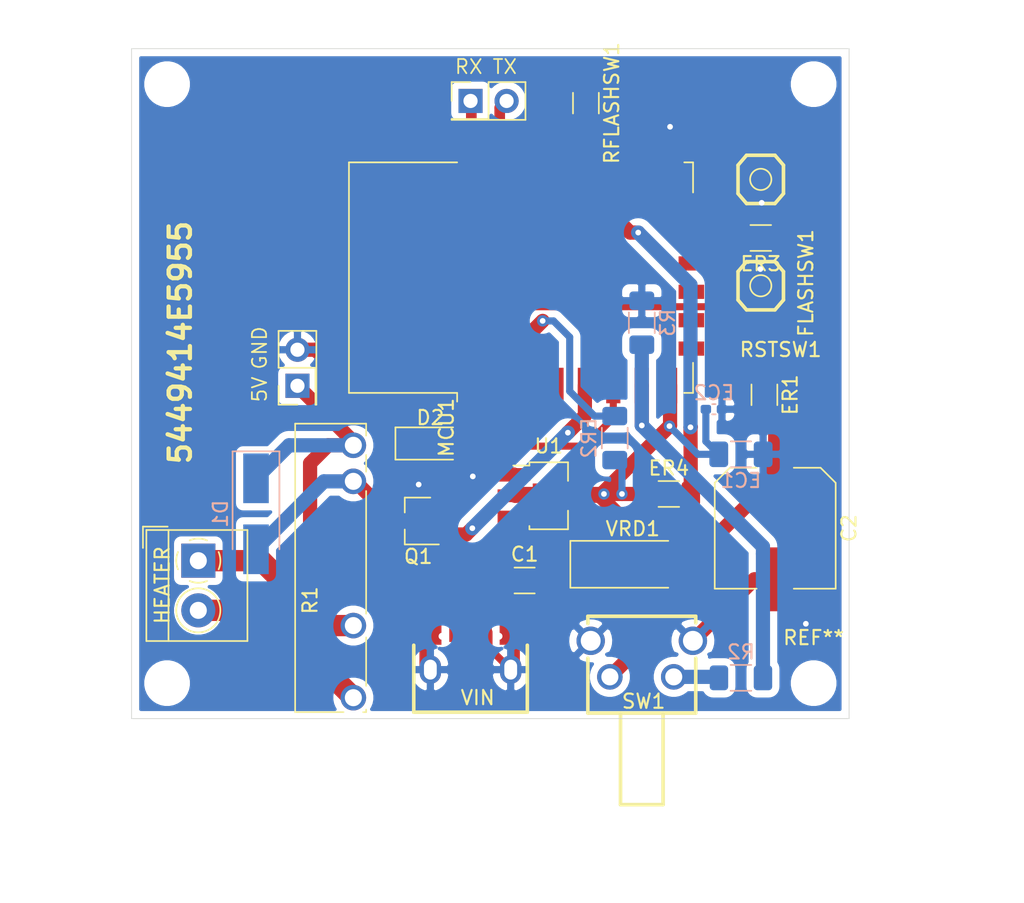
<source format=kicad_pcb>
(kicad_pcb (version 20171130) (host pcbnew "(5.1.7)-1")

  (general
    (thickness 1.6)
    (drawings 9)
    (tracks 157)
    (zones 0)
    (modules 29)
    (nets 29)
  )

  (page A4)
  (layers
    (0 F.Cu signal)
    (31 B.Cu signal)
    (32 B.Adhes user)
    (33 F.Adhes user)
    (34 B.Paste user)
    (35 F.Paste user)
    (36 B.SilkS user)
    (37 F.SilkS user)
    (38 B.Mask user)
    (39 F.Mask user)
    (40 Dwgs.User user)
    (41 Cmts.User user)
    (42 Eco1.User user)
    (43 Eco2.User user)
    (44 Edge.Cuts user)
    (45 Margin user)
    (46 B.CrtYd user)
    (47 F.CrtYd user)
    (48 B.Fab user hide)
    (49 F.Fab user hide)
  )

  (setup
    (last_trace_width 1)
    (user_trace_width 0.5)
    (user_trace_width 0.75)
    (user_trace_width 1)
    (user_trace_width 1.5)
    (user_trace_width 2)
    (trace_clearance 0.2)
    (zone_clearance 0.508)
    (zone_45_only no)
    (trace_min 0.2)
    (via_size 0.8)
    (via_drill 0.4)
    (via_min_size 0.4)
    (via_min_drill 0.3)
    (uvia_size 0.3)
    (uvia_drill 0.1)
    (uvias_allowed no)
    (uvia_min_size 0.2)
    (uvia_min_drill 0.1)
    (edge_width 0.05)
    (segment_width 0.2)
    (pcb_text_width 0.3)
    (pcb_text_size 1.5 1.5)
    (mod_edge_width 0.12)
    (mod_text_size 1 1)
    (mod_text_width 0.15)
    (pad_size 1.7 1.7)
    (pad_drill 1)
    (pad_to_mask_clearance 0)
    (aux_axis_origin 0 0)
    (visible_elements FFFFFF7F)
    (pcbplotparams
      (layerselection 0x010fc_ffffffff)
      (usegerberextensions false)
      (usegerberattributes true)
      (usegerberadvancedattributes true)
      (creategerberjobfile true)
      (excludeedgelayer true)
      (linewidth 0.100000)
      (plotframeref false)
      (viasonmask false)
      (mode 1)
      (useauxorigin false)
      (hpglpennumber 1)
      (hpglpenspeed 20)
      (hpglpendiameter 15.000000)
      (psnegative false)
      (psa4output false)
      (plotreference true)
      (plotvalue true)
      (plotinvisibletext false)
      (padsonsilk false)
      (subtractmaskfromsilk false)
      (outputformat 1)
      (mirror false)
      (drillshape 0)
      (scaleselection 1)
      (outputdirectory "Gerber"))
  )

  (net 0 "")
  (net 1 GND)
  (net 2 +5V)
  (net 3 +3V3)
  (net 4 "Net-(D1-Pad2)")
  (net 5 /STATUS)
  (net 6 /ESP12F/RST)
  (net 7 /ESP12F/EN)
  (net 8 /ESP12F/GPIO15)
  (net 9 /ESP12F/GPIO0)
  (net 10 "Net-(FLASHSW1-Pad1)")
  (net 11 /RX)
  (net 12 /TX)
  (net 13 /ESP12F/GPIO5)
  (net 14 /ESP12F/GPIO4)
  (net 15 /ESP12F/GPIO2)
  (net 16 /ESP12F/SCLK)
  (net 17 /ESP12F/MOSI)
  (net 18 /ESP12F/GPIO10)
  (net 19 /ESP12F/GPIO9)
  (net 20 /ESP12F/MISO)
  (net 21 /ESP12F/CS0)
  (net 22 /BTN)
  (net 23 /RELAY)
  (net 24 /ESP12F/GPIO16)
  (net 25 /ESP12F/ADC)
  (net 26 /OUT2)
  (net 27 /OUT1)
  (net 28 "Net-(R2-Pad2)")

  (net_class Default "This is the default net class."
    (clearance 0.2)
    (trace_width 0.25)
    (via_dia 0.8)
    (via_drill 0.4)
    (uvia_dia 0.3)
    (uvia_drill 0.1)
    (add_net +3V3)
    (add_net +5V)
    (add_net /BTN)
    (add_net /ESP12F/ADC)
    (add_net /ESP12F/CS0)
    (add_net /ESP12F/EN)
    (add_net /ESP12F/GPIO0)
    (add_net /ESP12F/GPIO10)
    (add_net /ESP12F/GPIO15)
    (add_net /ESP12F/GPIO16)
    (add_net /ESP12F/GPIO2)
    (add_net /ESP12F/GPIO4)
    (add_net /ESP12F/GPIO5)
    (add_net /ESP12F/GPIO9)
    (add_net /ESP12F/MISO)
    (add_net /ESP12F/MOSI)
    (add_net /ESP12F/RST)
    (add_net /ESP12F/SCLK)
    (add_net /OUT1)
    (add_net /OUT2)
    (add_net /RELAY)
    (add_net /RX)
    (add_net /STATUS)
    (add_net /TX)
    (add_net GND)
    (add_net "Net-(D1-Pad2)")
    (add_net "Net-(FLASHSW1-Pad1)")
    (add_net "Net-(R2-Pad2)")
  )

  (module Connector_PinHeader_2.54mm:PinHeader_2x01_P2.54mm_Vertical (layer F.Cu) (tedit 5FB6DF92) (tstamp 5FB78194)
    (at 150.749 114.554 90)
    (descr "Through hole straight pin header, 2x01, 2.54mm pitch, double rows")
    (tags "Through hole pin header THT 2x01 2.54mm double row")
    (fp_text reference REF** (at 1.27 -2.33 90) (layer F.SilkS) hide
      (effects (font (size 1 1) (thickness 0.15)))
    )
    (fp_text value PinHeader_2x01_P2.54mm_Vertical (at 1.27 2.33 90) (layer F.Fab)
      (effects (font (size 1 1) (thickness 0.15)))
    )
    (fp_text user %R (at 1.27 0) (layer F.Fab)
      (effects (font (size 1 1) (thickness 0.15)))
    )
    (fp_line (start 0 -1.27) (end 3.81 -1.27) (layer F.Fab) (width 0.1))
    (fp_line (start 3.81 -1.27) (end 3.81 1.27) (layer F.Fab) (width 0.1))
    (fp_line (start 3.81 1.27) (end -1.27 1.27) (layer F.Fab) (width 0.1))
    (fp_line (start -1.27 1.27) (end -1.27 0) (layer F.Fab) (width 0.1))
    (fp_line (start -1.27 0) (end 0 -1.27) (layer F.Fab) (width 0.1))
    (fp_line (start -1.33 1.33) (end 3.87 1.33) (layer F.SilkS) (width 0.12))
    (fp_line (start -1.33 1.27) (end -1.33 1.33) (layer F.SilkS) (width 0.12))
    (fp_line (start 3.87 -1.33) (end 3.87 1.33) (layer F.SilkS) (width 0.12))
    (fp_line (start -1.33 1.27) (end 1.27 1.27) (layer F.SilkS) (width 0.12))
    (fp_line (start 1.27 1.27) (end 1.27 -1.33) (layer F.SilkS) (width 0.12))
    (fp_line (start 1.27 -1.33) (end 3.87 -1.33) (layer F.SilkS) (width 0.12))
    (fp_line (start -1.33 0) (end -1.33 -1.33) (layer F.SilkS) (width 0.12))
    (fp_line (start -1.33 -1.33) (end 0 -1.33) (layer F.SilkS) (width 0.12))
    (fp_line (start -1.8 -1.8) (end -1.8 1.8) (layer F.CrtYd) (width 0.05))
    (fp_line (start -1.8 1.8) (end 4.35 1.8) (layer F.CrtYd) (width 0.05))
    (fp_line (start 4.35 1.8) (end 4.35 -1.8) (layer F.CrtYd) (width 0.05))
    (fp_line (start 4.35 -1.8) (end -1.8 -1.8) (layer F.CrtYd) (width 0.05))
    (pad 2 thru_hole oval (at 2.54 0 90) (size 1.7 1.7) (drill 1) (layers *.Cu *.Mask)
      (net 1 GND))
    (pad 1 thru_hole rect (at 0 0 90) (size 1.7 1.7) (drill 1) (layers *.Cu *.Mask)
      (net 2 +5V))
    (model ${KISYS3DMOD}/Connector_PinHeader_2.54mm.3dshapes/PinHeader_2x01_P2.54mm_Vertical.wrl
      (at (xyz 0 0 0))
      (scale (xyz 1 1 1))
      (rotate (xyz 0 0 0))
    )
  )

  (module Connector_PinHeader_2.54mm:PinHeader_2x01_P2.54mm_Vertical (layer F.Cu) (tedit 5FB6DF20) (tstamp 5FB7803E)
    (at 162.941 94.488)
    (descr "Through hole straight pin header, 2x01, 2.54mm pitch, double rows")
    (tags "Through hole pin header THT 2x01 2.54mm double row")
    (fp_text reference REF** (at 1.27 -2.33) (layer F.SilkS) hide
      (effects (font (size 1 1) (thickness 0.15)))
    )
    (fp_text value PinHeader_2x01_P2.54mm_Vertical (at 1.27 2.33) (layer F.Fab)
      (effects (font (size 1 1) (thickness 0.15)))
    )
    (fp_text user %R (at 1.27 0 90) (layer F.Fab)
      (effects (font (size 1 1) (thickness 0.15)))
    )
    (fp_line (start 0 -1.27) (end 3.81 -1.27) (layer F.Fab) (width 0.1))
    (fp_line (start 3.81 -1.27) (end 3.81 1.27) (layer F.Fab) (width 0.1))
    (fp_line (start 3.81 1.27) (end -1.27 1.27) (layer F.Fab) (width 0.1))
    (fp_line (start -1.27 1.27) (end -1.27 0) (layer F.Fab) (width 0.1))
    (fp_line (start -1.27 0) (end 0 -1.27) (layer F.Fab) (width 0.1))
    (fp_line (start -1.33 1.33) (end 3.87 1.33) (layer F.SilkS) (width 0.12))
    (fp_line (start -1.33 1.27) (end -1.33 1.33) (layer F.SilkS) (width 0.12))
    (fp_line (start 3.87 -1.33) (end 3.87 1.33) (layer F.SilkS) (width 0.12))
    (fp_line (start -1.33 1.27) (end 1.27 1.27) (layer F.SilkS) (width 0.12))
    (fp_line (start 1.27 1.27) (end 1.27 -1.33) (layer F.SilkS) (width 0.12))
    (fp_line (start 1.27 -1.33) (end 3.87 -1.33) (layer F.SilkS) (width 0.12))
    (fp_line (start -1.33 0) (end -1.33 -1.33) (layer F.SilkS) (width 0.12))
    (fp_line (start -1.33 -1.33) (end 0 -1.33) (layer F.SilkS) (width 0.12))
    (fp_line (start -1.8 -1.8) (end -1.8 1.8) (layer F.CrtYd) (width 0.05))
    (fp_line (start -1.8 1.8) (end 4.35 1.8) (layer F.CrtYd) (width 0.05))
    (fp_line (start 4.35 1.8) (end 4.35 -1.8) (layer F.CrtYd) (width 0.05))
    (fp_line (start 4.35 -1.8) (end -1.8 -1.8) (layer F.CrtYd) (width 0.05))
    (pad 2 thru_hole oval (at 2.54 0) (size 1.7 1.7) (drill 1) (layers *.Cu *.Mask)
      (net 12 /TX))
    (pad 1 thru_hole rect (at 0 0) (size 1.7 1.7) (drill 1) (layers *.Cu *.Mask)
      (net 11 /RX))
    (model ${KISYS3DMOD}/Connector_PinHeader_2.54mm.3dshapes/PinHeader_2x01_P2.54mm_Vertical.wrl
      (at (xyz 0 0 0))
      (scale (xyz 1 1 1))
      (rotate (xyz 0 0 0))
    )
  )

  (module MountingHole:MountingHole_2.2mm_M2 (layer F.Cu) (tedit 56D1B4CB) (tstamp 5FB74C9F)
    (at 187.111 93.305)
    (descr "Mounting Hole 2.2mm, no annular, M2")
    (tags "mounting hole 2.2mm no annular m2")
    (attr virtual)
    (fp_text reference REF** (at 0 -3.2) (layer F.SilkS) hide
      (effects (font (size 1 1) (thickness 0.15)))
    )
    (fp_text value MountingHole_2.2mm_M2 (at 0 3.2) (layer F.Fab)
      (effects (font (size 1 1) (thickness 0.15)))
    )
    (fp_text user %R (at 0.3 0) (layer F.Fab)
      (effects (font (size 1 1) (thickness 0.15)))
    )
    (fp_circle (center 0 0) (end 2.2 0) (layer Cmts.User) (width 0.15))
    (fp_circle (center 0 0) (end 2.45 0) (layer F.CrtYd) (width 0.05))
    (pad 1 np_thru_hole circle (at 0 0) (size 2.2 2.2) (drill 2.2) (layers *.Cu *.Mask))
  )

  (module MountingHole:MountingHole_2.2mm_M2 (layer F.Cu) (tedit 56D1B4CB) (tstamp 5FB74C7B)
    (at 141.565 93.305)
    (descr "Mounting Hole 2.2mm, no annular, M2")
    (tags "mounting hole 2.2mm no annular m2")
    (attr virtual)
    (fp_text reference REF** (at 0 -3.2) (layer F.SilkS) hide
      (effects (font (size 1 1) (thickness 0.15)))
    )
    (fp_text value MountingHole_2.2mm_M2 (at 0 3.2) (layer F.Fab)
      (effects (font (size 1 1) (thickness 0.15)))
    )
    (fp_text user %R (at 0.3 0) (layer F.Fab)
      (effects (font (size 1 1) (thickness 0.15)))
    )
    (fp_circle (center 0 0) (end 2.2 0) (layer Cmts.User) (width 0.15))
    (fp_circle (center 0 0) (end 2.45 0) (layer F.CrtYd) (width 0.05))
    (pad 1 np_thru_hole circle (at 0 0) (size 2.2 2.2) (drill 2.2) (layers *.Cu *.Mask))
  )

  (module MountingHole:MountingHole_2.2mm_M2 (layer F.Cu) (tedit 56D1B4CB) (tstamp 5FB74C57)
    (at 187.111 135.5)
    (descr "Mounting Hole 2.2mm, no annular, M2")
    (tags "mounting hole 2.2mm no annular m2")
    (attr virtual)
    (fp_text reference REF** (at 0 -3.2) (layer F.SilkS)
      (effects (font (size 1 1) (thickness 0.15)))
    )
    (fp_text value MountingHole_2.2mm_M2 (at 0 3.2) (layer F.Fab)
      (effects (font (size 1 1) (thickness 0.15)))
    )
    (fp_text user %R (at 0.3 0) (layer F.Fab)
      (effects (font (size 1 1) (thickness 0.15)))
    )
    (fp_circle (center 0 0) (end 2.2 0) (layer Cmts.User) (width 0.15))
    (fp_circle (center 0 0) (end 2.45 0) (layer F.CrtYd) (width 0.05))
    (pad 1 np_thru_hole circle (at 0 0) (size 2.2 2.2) (drill 2.2) (layers *.Cu *.Mask))
  )

  (module MountingHole:MountingHole_2.2mm_M2 (layer F.Cu) (tedit 56D1B4CB) (tstamp 5FB74C33)
    (at 141.565 135.5)
    (descr "Mounting Hole 2.2mm, no annular, M2")
    (tags "mounting hole 2.2mm no annular m2")
    (attr virtual)
    (fp_text reference REF** (at 0 -3.2) (layer F.SilkS) hide
      (effects (font (size 1 1) (thickness 0.15)))
    )
    (fp_text value MountingHole_2.2mm_M2 (at 0 3.2) (layer F.Fab)
      (effects (font (size 1 1) (thickness 0.15)))
    )
    (fp_text user %R (at 0.3 0) (layer F.Fab)
      (effects (font (size 1 1) (thickness 0.15)))
    )
    (fp_circle (center 0 0) (end 2.2 0) (layer Cmts.User) (width 0.15))
    (fp_circle (center 0 0) (end 2.45 0) (layer F.CrtYd) (width 0.05))
    (pad 1 np_thru_hole circle (at 0 0) (size 2.2 2.2) (drill 2.2) (layers *.Cu *.Mask))
  )

  (module TerminalBlock_4Ucon:TerminalBlock_4Ucon_1x02_P3.50mm_Horizontal (layer F.Cu) (tedit 5FB6A950) (tstamp 5FB728CF)
    (at 143.764 126.873 270)
    (descr "Terminal Block 4Ucon ItemNo. 19963, 2 pins, pitch 3.5mm, size 7.7x7mm^2, drill diamater 1.2mm, pad diameter 2.4mm, see http://www.4uconnector.com/online/object/4udrawing/19963.pdf, script-generated using https://github.com/pointhi/kicad-footprint-generator/scripts/TerminalBlock_4Ucon")
    (tags "THT Terminal Block 4Ucon ItemNo. 19963 pitch 3.5mm size 7.7x7mm^2 drill 1.2mm pad 2.4mm")
    (fp_text reference HEATER (at 1.722 2.54 90) (layer F.SilkS)
      (effects (font (size 1 1) (thickness 0.15)))
    )
    (fp_text value TerminalBlock_4Ucon_1x02_P3.50mm_Horizontal (at 1.75 4.66 90) (layer F.Fab)
      (effects (font (size 1 1) (thickness 0.15)))
    )
    (fp_text user %R (at 1.75 2.9 90) (layer F.Fab)
      (effects (font (size 1 1) (thickness 0.15)))
    )
    (fp_arc (start 0 0) (end -0.608 1.432) (angle -24) (layer F.SilkS) (width 0.12))
    (fp_arc (start 0 0) (end -1.432 -0.608) (angle -46) (layer F.SilkS) (width 0.12))
    (fp_arc (start 0 0) (end 0.608 -1.432) (angle -46) (layer F.SilkS) (width 0.12))
    (fp_arc (start 0 0) (end 1.432 0.608) (angle -46) (layer F.SilkS) (width 0.12))
    (fp_arc (start 0 0) (end 0 1.555) (angle -23) (layer F.SilkS) (width 0.12))
    (fp_circle (center 0 0) (end 1.375 0) (layer F.Fab) (width 0.1))
    (fp_circle (center 3.5 0) (end 4.875 0) (layer F.Fab) (width 0.1))
    (fp_circle (center 3.5 0) (end 5.055 0) (layer F.SilkS) (width 0.12))
    (fp_line (start -2.1 -3.4) (end 5.6 -3.4) (layer F.Fab) (width 0.1))
    (fp_line (start 5.6 -3.4) (end 5.6 3.6) (layer F.Fab) (width 0.1))
    (fp_line (start 5.6 3.6) (end -0.6 3.6) (layer F.Fab) (width 0.1))
    (fp_line (start -0.6 3.6) (end -2.1 2.1) (layer F.Fab) (width 0.1))
    (fp_line (start -2.1 2.1) (end -2.1 -3.4) (layer F.Fab) (width 0.1))
    (fp_line (start -2.1 2.1) (end 5.6 2.1) (layer F.Fab) (width 0.1))
    (fp_line (start -2.16 2.1) (end 5.66 2.1) (layer F.SilkS) (width 0.12))
    (fp_line (start -2.16 -3.46) (end 5.66 -3.46) (layer F.SilkS) (width 0.12))
    (fp_line (start -2.16 3.66) (end 5.66 3.66) (layer F.SilkS) (width 0.12))
    (fp_line (start -2.16 -3.46) (end -2.16 3.66) (layer F.SilkS) (width 0.12))
    (fp_line (start 5.66 -3.46) (end 5.66 3.66) (layer F.SilkS) (width 0.12))
    (fp_line (start -1.1 -0.069) (end -0.069 -0.069) (layer F.Fab) (width 0.1))
    (fp_line (start -0.069 -0.069) (end -0.069 -1.1) (layer F.Fab) (width 0.1))
    (fp_line (start -0.069 -1.1) (end 0.069 -1.1) (layer F.Fab) (width 0.1))
    (fp_line (start 0.069 -1.1) (end 0.069 -0.069) (layer F.Fab) (width 0.1))
    (fp_line (start 0.069 -0.069) (end 1.1 -0.069) (layer F.Fab) (width 0.1))
    (fp_line (start 1.1 -0.069) (end 1.1 0.069) (layer F.Fab) (width 0.1))
    (fp_line (start 1.1 0.069) (end 0.069 0.069) (layer F.Fab) (width 0.1))
    (fp_line (start 0.069 0.069) (end 0.069 1.1) (layer F.Fab) (width 0.1))
    (fp_line (start 0.069 1.1) (end -0.069 1.1) (layer F.Fab) (width 0.1))
    (fp_line (start -0.069 1.1) (end -0.069 0.069) (layer F.Fab) (width 0.1))
    (fp_line (start -0.069 0.069) (end -1.1 0.069) (layer F.Fab) (width 0.1))
    (fp_line (start -1.1 0.069) (end -1.1 -0.069) (layer F.Fab) (width 0.1))
    (fp_line (start 2.4 -0.069) (end 3.431 -0.069) (layer F.Fab) (width 0.1))
    (fp_line (start 3.431 -0.069) (end 3.431 -1.1) (layer F.Fab) (width 0.1))
    (fp_line (start 3.431 -1.1) (end 3.569 -1.1) (layer F.Fab) (width 0.1))
    (fp_line (start 3.569 -1.1) (end 3.569 -0.069) (layer F.Fab) (width 0.1))
    (fp_line (start 3.569 -0.069) (end 4.6 -0.069) (layer F.Fab) (width 0.1))
    (fp_line (start 4.6 -0.069) (end 4.6 0.069) (layer F.Fab) (width 0.1))
    (fp_line (start 4.6 0.069) (end 3.569 0.069) (layer F.Fab) (width 0.1))
    (fp_line (start 3.569 0.069) (end 3.569 1.1) (layer F.Fab) (width 0.1))
    (fp_line (start 3.569 1.1) (end 3.431 1.1) (layer F.Fab) (width 0.1))
    (fp_line (start 3.431 1.1) (end 3.431 0.069) (layer F.Fab) (width 0.1))
    (fp_line (start 3.431 0.069) (end 2.4 0.069) (layer F.Fab) (width 0.1))
    (fp_line (start 2.4 0.069) (end 2.4 -0.069) (layer F.Fab) (width 0.1))
    (fp_line (start -2.4 2.16) (end -2.4 3.9) (layer F.SilkS) (width 0.12))
    (fp_line (start -2.4 3.9) (end -0.9 3.9) (layer F.SilkS) (width 0.12))
    (fp_line (start -2.6 -3.9) (end -2.6 4.1) (layer F.CrtYd) (width 0.05))
    (fp_line (start -2.6 4.1) (end 6.1 4.1) (layer F.CrtYd) (width 0.05))
    (fp_line (start 6.1 4.1) (end 6.1 -3.9) (layer F.CrtYd) (width 0.05))
    (fp_line (start 6.1 -3.9) (end -2.6 -3.9) (layer F.CrtYd) (width 0.05))
    (pad 2 thru_hole circle (at 3.5 0 270) (size 2.4 2.4) (drill 1.2) (layers *.Cu *.Mask)
      (net 26 /OUT2))
    (pad 1 thru_hole rect (at 0 0 270) (size 2.4 2.4) (drill 1.2) (layers *.Cu *.Mask)
      (net 27 /OUT1))
    (model ${KISYS3DMOD}/TerminalBlock_4Ucon.3dshapes/TerminalBlock_4Ucon_1x02_P3.50mm_Horizontal.wrl
      (at (xyz 0 0 0))
      (scale (xyz 1 1 1))
      (rotate (xyz 0 0 0))
    )
  )

  (module custom-footprints:MICRO-USB-SMD_U254-051T-4BH83-F1S (layer F.Cu) (tedit 5FB6A9CF) (tstamp 5FB71F41)
    (at 162.941 133.223)
    (fp_text reference VIN (at 0.508 3.302) (layer F.SilkS)
      (effects (font (size 1 1) (thickness 0.15)))
    )
    (fp_text value MICRO-USB-SMD_U254-051T-4BH83-F1S (at 0 5.4) (layer F.Fab)
      (effects (font (size 1 1) (thickness 0.15)))
    )
    (fp_line (start -4 4.325) (end 4 4.325) (layer F.SilkS) (width 0.254))
    (fp_line (start -4 4.325) (end -4 -0.394) (layer F.SilkS) (width 0.254))
    (fp_line (start 4 4.325) (end 4 -0.394) (layer F.SilkS) (width 0.254))
    (pad "" np_thru_hole circle (at 2 -1.025) (size 0.5 0.5) (drill 0.5) (layers *.Cu *.Mask))
    (pad "" np_thru_hole circle (at -2 -1.025) (size 0.5 0.5) (drill 0.5) (layers *.Cu *.Mask))
    (pad 5 smd rect (at 1.3 -1.325) (size 0.4 1.4) (layers F.Cu F.Paste F.Mask)
      (net 1 GND) (solder_mask_margin 0.102))
    (pad 4 smd rect (at 0.65 -1.325) (size 0.4 1.4) (layers F.Cu F.Paste F.Mask)
      (net 1 GND) (solder_mask_margin 0.102))
    (pad 3 smd rect (at 0 -1.325) (size 0.4 1.4) (layers F.Cu F.Paste F.Mask)
      (net 1 GND) (solder_mask_margin 0.102))
    (pad 2 smd rect (at -0.65 -1.325) (size 0.4 1.4) (layers F.Cu F.Paste F.Mask)
      (net 1 GND) (solder_mask_margin 0.102))
    (pad 1 smd rect (at -1.3 -1.325) (size 0.4 1.4) (layers F.Cu F.Paste F.Mask)
      (net 2 +5V) (solder_mask_margin 0.102))
    (pad 6 smd rect (at 3.1 -1.225 90) (size 1.6 2.1) (layers F.Cu F.Paste F.Mask)
      (net 1 GND) (solder_mask_margin 0.102))
    (pad 7 smd rect (at -3.1 -1.225 90) (size 1.6 2.1) (layers F.Cu F.Paste F.Mask)
      (net 1 GND) (solder_mask_margin 0.102))
    (pad 9 thru_hole oval (at 2.83 1.325) (size 1.5 2) (drill oval 0.9 1.4) (layers *.Cu *.Mask)
      (net 1 GND) (solder_mask_margin 0.102))
    (pad 8 thru_hole oval (at -2.83 1.325) (size 1.5 2) (drill oval 0.9 1.4) (layers *.Cu *.Mask)
      (net 1 GND) (solder_mask_margin 0.102))
  )

  (module Diode_SMD:D_SMA_Handsoldering (layer F.Cu) (tedit 58643398) (tstamp 5FB70298)
    (at 174.371 127.127)
    (descr "Diode SMA (DO-214AC) Handsoldering")
    (tags "Diode SMA (DO-214AC) Handsoldering")
    (path /5FB69A7B/5F92D52D)
    (attr smd)
    (fp_text reference VRD1 (at 0 -2.5) (layer F.SilkS)
      (effects (font (size 1 1) (thickness 0.15)))
    )
    (fp_text value D_Schottky (at 0 2.6) (layer F.Fab)
      (effects (font (size 1 1) (thickness 0.15)))
    )
    (fp_text user %R (at 0 -2.5) (layer F.Fab)
      (effects (font (size 1 1) (thickness 0.15)))
    )
    (fp_line (start -4.4 -1.65) (end -4.4 1.65) (layer F.SilkS) (width 0.12))
    (fp_line (start 2.3 1.5) (end -2.3 1.5) (layer F.Fab) (width 0.1))
    (fp_line (start -2.3 1.5) (end -2.3 -1.5) (layer F.Fab) (width 0.1))
    (fp_line (start 2.3 -1.5) (end 2.3 1.5) (layer F.Fab) (width 0.1))
    (fp_line (start 2.3 -1.5) (end -2.3 -1.5) (layer F.Fab) (width 0.1))
    (fp_line (start -4.5 -1.75) (end 4.5 -1.75) (layer F.CrtYd) (width 0.05))
    (fp_line (start 4.5 -1.75) (end 4.5 1.75) (layer F.CrtYd) (width 0.05))
    (fp_line (start 4.5 1.75) (end -4.5 1.75) (layer F.CrtYd) (width 0.05))
    (fp_line (start -4.5 1.75) (end -4.5 -1.75) (layer F.CrtYd) (width 0.05))
    (fp_line (start -0.64944 0.00102) (end -1.55114 0.00102) (layer F.Fab) (width 0.1))
    (fp_line (start 0.50118 0.00102) (end 1.4994 0.00102) (layer F.Fab) (width 0.1))
    (fp_line (start -0.64944 -0.79908) (end -0.64944 0.80112) (layer F.Fab) (width 0.1))
    (fp_line (start 0.50118 0.75032) (end 0.50118 -0.79908) (layer F.Fab) (width 0.1))
    (fp_line (start -0.64944 0.00102) (end 0.50118 0.75032) (layer F.Fab) (width 0.1))
    (fp_line (start -0.64944 0.00102) (end 0.50118 -0.79908) (layer F.Fab) (width 0.1))
    (fp_line (start -4.4 1.65) (end 2.5 1.65) (layer F.SilkS) (width 0.12))
    (fp_line (start -4.4 -1.65) (end 2.5 -1.65) (layer F.SilkS) (width 0.12))
    (pad 2 smd rect (at 2.5 0) (size 3.5 1.8) (layers F.Cu F.Paste F.Mask)
      (net 3 +3V3))
    (pad 1 smd rect (at -2.5 0) (size 3.5 1.8) (layers F.Cu F.Paste F.Mask)
      (net 2 +5V))
    (model ${KISYS3DMOD}/Diode_SMD.3dshapes/D_SMA.wrl
      (at (xyz 0 0 0))
      (scale (xyz 1 1 1))
      (rotate (xyz 0 0 0))
    )
  )

  (module Package_TO_SOT_SMD:SOT-89-3_Handsoldering (layer F.Cu) (tedit 5C33D6DD) (tstamp 5FB70280)
    (at 168.148 122.301)
    (descr "SOT-89-3 Handsoldering")
    (tags "SOT-89-3 Handsoldering")
    (path /5FB69A7B/5F922EEB)
    (attr smd)
    (fp_text reference U1 (at 0.3 -3.5) (layer F.SilkS)
      (effects (font (size 1 1) (thickness 0.15)))
    )
    (fp_text value LM1117-3.3 (at 0.3 3.5) (layer F.Fab)
      (effects (font (size 1 1) (thickness 0.15)))
    )
    (fp_text user %R (at 0.5 0 90) (layer F.Fab)
      (effects (font (size 1 1) (thickness 0.15)))
    )
    (fp_line (start 1.66 1.05) (end 1.66 2.36) (layer F.SilkS) (width 0.12))
    (fp_line (start 1.66 2.36) (end -1.06 2.36) (layer F.SilkS) (width 0.12))
    (fp_line (start -2.2 -2.13) (end -1.06 -2.13) (layer F.SilkS) (width 0.12))
    (fp_line (start 1.66 -2.36) (end 1.66 -1.05) (layer F.SilkS) (width 0.12))
    (fp_line (start -0.95 -1.25) (end 0.05 -2.25) (layer F.Fab) (width 0.1))
    (fp_line (start 1.55 -2.25) (end 1.55 2.25) (layer F.Fab) (width 0.1))
    (fp_line (start 1.55 2.25) (end -0.95 2.25) (layer F.Fab) (width 0.1))
    (fp_line (start -0.95 2.25) (end -0.95 -1.25) (layer F.Fab) (width 0.1))
    (fp_line (start 0.05 -2.25) (end 1.55 -2.25) (layer F.Fab) (width 0.1))
    (fp_line (start 3.55 -2.5) (end 3.55 2.5) (layer F.CrtYd) (width 0.05))
    (fp_line (start 3.55 -2.5) (end -3.55 -2.5) (layer F.CrtYd) (width 0.05))
    (fp_line (start -3.55 2.5) (end 3.55 2.5) (layer F.CrtYd) (width 0.05))
    (fp_line (start -3.55 2.5) (end -3.55 -2.5) (layer F.CrtYd) (width 0.05))
    (fp_line (start -1.06 -2.36) (end 1.66 -2.36) (layer F.SilkS) (width 0.12))
    (fp_line (start -1.06 -2.36) (end -1.06 -2.13) (layer F.SilkS) (width 0.12))
    (fp_line (start -1.06 2.36) (end -1.06 2.13) (layer F.SilkS) (width 0.12))
    (pad 2 smd custom (at -2.0625 0) (size 2.475 0.9) (layers F.Cu F.Paste F.Mask)
      (net 3 +3V3) (zone_connect 2)
      (options (clearance outline) (anchor rect))
      (primitives
        (gr_poly (pts
           (xy 1.2375 -0.8665) (xy 5.3625 -0.8665) (xy 5.3625 0.8665) (xy 1.2375 0.8665)) (width 0))
      ))
    (pad 3 smd rect (at -2.15 1.5) (size 2.3 0.9) (layers F.Cu F.Paste F.Mask)
      (net 2 +5V))
    (pad 1 smd rect (at -2.15 -1.5) (size 2.3 0.9) (layers F.Cu F.Paste F.Mask)
      (net 1 GND))
    (model ${KISYS3DMOD}/Package_TO_SOT_SMD.3dshapes/SOT-89-3.wrl
      (at (xyz 0 0 0))
      (scale (xyz 1 1 1))
      (rotate (xyz 0 0 0))
    )
  )

  (module custom-footprints:KEY-TH_K2-1102AQ-K4CW-01 (layer F.Cu) (tedit 5FB6A9E2) (tstamp 5FB70268)
    (at 175.006 146.558)
    (path /5FB82A2C)
    (fp_text reference SW1 (at 0.127 -9.779) (layer F.SilkS)
      (effects (font (size 1 1) (thickness 0.15)))
    )
    (fp_text value SW_Push (at 0 -0.5) (layer F.Fab)
      (effects (font (size 1 1) (thickness 0.15)))
    )
    (fp_line (start -1.5 -2.5) (end 1.5 -2.5) (layer F.SilkS) (width 0.254))
    (fp_line (start 1.5 -2.5) (end 1.5 -8.95) (layer F.SilkS) (width 0.254))
    (fp_line (start -1.5 -2.5) (end -1.5 -8.95) (layer F.SilkS) (width 0.254))
    (fp_line (start -3.8 -8.95) (end 3.8 -8.95) (layer F.SilkS) (width 0.254))
    (fp_line (start 3.8 -8.95) (end 3.8 -12.815) (layer F.SilkS) (width 0.254))
    (fp_line (start -3.8 -8.95) (end -3.8 -12.815) (layer F.SilkS) (width 0.254))
    (fp_line (start -3.8 -15.255) (end -3.8 -15.77) (layer F.SilkS) (width 0.254))
    (fp_line (start -3.8 -15.77) (end 3.8 -15.77) (layer F.SilkS) (width 0.254))
    (fp_line (start 3.8 -15.77) (end 3.8 -15.305) (layer F.SilkS) (width 0.254))
    (pad 4 thru_hole circle (at -3.599 -14.04) (size 2 2) (drill 1.4) (layers *.Cu *.Mask)
      (net 1 GND) (solder_mask_margin 0.102))
    (pad 3 thru_hole circle (at 3.599 -14.04) (size 2 2) (drill 1.4) (layers *.Cu *.Mask)
      (net 1 GND) (solder_mask_margin 0.102))
    (pad 2 thru_hole circle (at 2.25 -11.5) (size 1.8 1.8) (drill 1.2) (layers *.Cu *.Mask)
      (net 28 "Net-(R2-Pad2)") (solder_mask_margin 0.102))
    (pad 1 thru_hole circle (at -2.25 -11.5) (size 1.8 1.8) (drill 1.2) (layers *.Cu *.Mask)
      (net 3 +3V3) (solder_mask_margin 0.102))
  )

  (module custom-footprints:SW-SMD_4P_KAN3742-035B020 (layer F.Cu) (tedit 5FB69B77) (tstamp 5FB70257)
    (at 184.785 111.506)
    (path /5FB6ABAE/5FB78598)
    (fp_text reference RSTSW1 (at 0 0.5) (layer F.SilkS)
      (effects (font (size 1 1) (thickness 0.15)))
    )
    (fp_text value SW_MEC_5E (at 0 -0.5) (layer F.Fab)
      (effects (font (size 1 1) (thickness 0.15)))
    )
    (fp_line (start -3 -5) (end -3 -3) (layer F.SilkS) (width 0.254))
    (fp_line (start -3 -5) (end -2.4 -5.7) (layer F.SilkS) (width 0.254))
    (fp_line (start -2.4 -5.7) (end -0.4 -5.7) (layer F.SilkS) (width 0.254))
    (fp_line (start -0.4 -5.7) (end 0.2 -5) (layer F.SilkS) (width 0.254))
    (fp_line (start 0.2 -5) (end 0.2 -3) (layer F.SilkS) (width 0.254))
    (fp_line (start 0.2 -3) (end -0.4 -2.3) (layer F.SilkS) (width 0.254))
    (fp_line (start -0.4 -2.3) (end -2.4 -2.3) (layer F.SilkS) (width 0.254))
    (fp_line (start -2.4 -2.3) (end -3 -3) (layer F.SilkS) (width 0.254))
    (fp_circle (center -1.4 -4) (end -0.95 -4.6) (layer F.SilkS) (width 0.12))
    (pad 4 smd rect (at 0.1 -2.35) (size 0.6 0.65) (layers F.Cu F.Paste F.Mask)
      (net 6 /ESP12F/RST) (solder_mask_margin 0.102))
    (pad 3 smd rect (at -3 -2.35) (size 0.6 0.65) (layers F.Cu F.Paste F.Mask)
      (net 6 /ESP12F/RST) (solder_mask_margin 0.102))
    (pad 2 smd rect (at 0.1 -5.175) (size 0.6 0.65) (layers F.Cu F.Paste F.Mask)
      (net 1 GND) (solder_mask_margin 0.102))
    (pad 1 smd rect (at -3 -5.175) (size 0.6 0.65) (layers F.Cu F.Paste F.Mask)
      (net 1 GND) (solder_mask_margin 0.102))
  )

  (module Resistor_SMD:R_1206_3216Metric_Pad1.30x1.75mm_HandSolder (layer F.Cu) (tedit 5F68FEEE) (tstamp 5FB70246)
    (at 171.069 94.641 270)
    (descr "Resistor SMD 1206 (3216 Metric), square (rectangular) end terminal, IPC_7351 nominal with elongated pad for handsoldering. (Body size source: IPC-SM-782 page 72, https://www.pcb-3d.com/wordpress/wp-content/uploads/ipc-sm-782a_amendment_1_and_2.pdf), generated with kicad-footprint-generator")
    (tags "resistor handsolder")
    (path /5FB6ABAE/5F9378AC)
    (attr smd)
    (fp_text reference RFLASHSW1 (at 0 -1.82 90) (layer F.SilkS)
      (effects (font (size 1 1) (thickness 0.15)))
    )
    (fp_text value 100 (at 0 1.82 90) (layer F.Fab)
      (effects (font (size 1 1) (thickness 0.15)))
    )
    (fp_text user %R (at 0 0 90) (layer F.Fab)
      (effects (font (size 0.8 0.8) (thickness 0.12)))
    )
    (fp_line (start -1.6 0.8) (end -1.6 -0.8) (layer F.Fab) (width 0.1))
    (fp_line (start -1.6 -0.8) (end 1.6 -0.8) (layer F.Fab) (width 0.1))
    (fp_line (start 1.6 -0.8) (end 1.6 0.8) (layer F.Fab) (width 0.1))
    (fp_line (start 1.6 0.8) (end -1.6 0.8) (layer F.Fab) (width 0.1))
    (fp_line (start -0.727064 -0.91) (end 0.727064 -0.91) (layer F.SilkS) (width 0.12))
    (fp_line (start -0.727064 0.91) (end 0.727064 0.91) (layer F.SilkS) (width 0.12))
    (fp_line (start -2.45 1.12) (end -2.45 -1.12) (layer F.CrtYd) (width 0.05))
    (fp_line (start -2.45 -1.12) (end 2.45 -1.12) (layer F.CrtYd) (width 0.05))
    (fp_line (start 2.45 -1.12) (end 2.45 1.12) (layer F.CrtYd) (width 0.05))
    (fp_line (start 2.45 1.12) (end -2.45 1.12) (layer F.CrtYd) (width 0.05))
    (pad 2 smd roundrect (at 1.55 0 270) (size 1.3 1.75) (layers F.Cu F.Paste F.Mask) (roundrect_rratio 0.1923076923076923)
      (net 9 /ESP12F/GPIO0))
    (pad 1 smd roundrect (at -1.55 0 270) (size 1.3 1.75) (layers F.Cu F.Paste F.Mask) (roundrect_rratio 0.1923076923076923)
      (net 10 "Net-(FLASHSW1-Pad1)"))
    (model ${KISYS3DMOD}/Resistor_SMD.3dshapes/R_1206_3216Metric.wrl
      (at (xyz 0 0 0))
      (scale (xyz 1 1 1))
      (rotate (xyz 0 0 0))
    )
  )

  (module Resistor_SMD:R_1206_3216Metric_Pad1.30x1.75mm_HandSolder (layer B.Cu) (tedit 5F68FEEE) (tstamp 5FB70235)
    (at 175.006 110.109 90)
    (descr "Resistor SMD 1206 (3216 Metric), square (rectangular) end terminal, IPC_7351 nominal with elongated pad for handsoldering. (Body size source: IPC-SM-782 page 72, https://www.pcb-3d.com/wordpress/wp-content/uploads/ipc-sm-782a_amendment_1_and_2.pdf), generated with kicad-footprint-generator")
    (tags "resistor handsolder")
    (path /5FB86A8E)
    (attr smd)
    (fp_text reference R3 (at 0 1.82 90) (layer B.SilkS)
      (effects (font (size 1 1) (thickness 0.15)) (justify mirror))
    )
    (fp_text value 10K (at 0 -1.82 90) (layer B.Fab)
      (effects (font (size 1 1) (thickness 0.15)) (justify mirror))
    )
    (fp_text user %R (at 0 0 90) (layer B.Fab)
      (effects (font (size 0.8 0.8) (thickness 0.12)) (justify mirror))
    )
    (fp_line (start -1.6 -0.8) (end -1.6 0.8) (layer B.Fab) (width 0.1))
    (fp_line (start -1.6 0.8) (end 1.6 0.8) (layer B.Fab) (width 0.1))
    (fp_line (start 1.6 0.8) (end 1.6 -0.8) (layer B.Fab) (width 0.1))
    (fp_line (start 1.6 -0.8) (end -1.6 -0.8) (layer B.Fab) (width 0.1))
    (fp_line (start -0.727064 0.91) (end 0.727064 0.91) (layer B.SilkS) (width 0.12))
    (fp_line (start -0.727064 -0.91) (end 0.727064 -0.91) (layer B.SilkS) (width 0.12))
    (fp_line (start -2.45 -1.12) (end -2.45 1.12) (layer B.CrtYd) (width 0.05))
    (fp_line (start -2.45 1.12) (end 2.45 1.12) (layer B.CrtYd) (width 0.05))
    (fp_line (start 2.45 1.12) (end 2.45 -1.12) (layer B.CrtYd) (width 0.05))
    (fp_line (start 2.45 -1.12) (end -2.45 -1.12) (layer B.CrtYd) (width 0.05))
    (pad 2 smd roundrect (at 1.55 0 90) (size 1.3 1.75) (layers B.Cu B.Paste B.Mask) (roundrect_rratio 0.1923076923076923)
      (net 1 GND))
    (pad 1 smd roundrect (at -1.55 0 90) (size 1.3 1.75) (layers B.Cu B.Paste B.Mask) (roundrect_rratio 0.1923076923076923)
      (net 22 /BTN))
    (model ${KISYS3DMOD}/Resistor_SMD.3dshapes/R_1206_3216Metric.wrl
      (at (xyz 0 0 0))
      (scale (xyz 1 1 1))
      (rotate (xyz 0 0 0))
    )
  )

  (module Resistor_SMD:R_1206_3216Metric_Pad1.30x1.75mm_HandSolder (layer B.Cu) (tedit 5F68FEEE) (tstamp 5FB70224)
    (at 181.991 135.128 180)
    (descr "Resistor SMD 1206 (3216 Metric), square (rectangular) end terminal, IPC_7351 nominal with elongated pad for handsoldering. (Body size source: IPC-SM-782 page 72, https://www.pcb-3d.com/wordpress/wp-content/uploads/ipc-sm-782a_amendment_1_and_2.pdf), generated with kicad-footprint-generator")
    (tags "resistor handsolder")
    (path /5FB87912)
    (attr smd)
    (fp_text reference R2 (at 0 1.82) (layer B.SilkS)
      (effects (font (size 1 1) (thickness 0.15)) (justify mirror))
    )
    (fp_text value 100 (at 0 -1.82) (layer B.Fab)
      (effects (font (size 1 1) (thickness 0.15)) (justify mirror))
    )
    (fp_text user %R (at 0 0) (layer B.Fab)
      (effects (font (size 0.8 0.8) (thickness 0.12)) (justify mirror))
    )
    (fp_line (start -1.6 -0.8) (end -1.6 0.8) (layer B.Fab) (width 0.1))
    (fp_line (start -1.6 0.8) (end 1.6 0.8) (layer B.Fab) (width 0.1))
    (fp_line (start 1.6 0.8) (end 1.6 -0.8) (layer B.Fab) (width 0.1))
    (fp_line (start 1.6 -0.8) (end -1.6 -0.8) (layer B.Fab) (width 0.1))
    (fp_line (start -0.727064 0.91) (end 0.727064 0.91) (layer B.SilkS) (width 0.12))
    (fp_line (start -0.727064 -0.91) (end 0.727064 -0.91) (layer B.SilkS) (width 0.12))
    (fp_line (start -2.45 -1.12) (end -2.45 1.12) (layer B.CrtYd) (width 0.05))
    (fp_line (start -2.45 1.12) (end 2.45 1.12) (layer B.CrtYd) (width 0.05))
    (fp_line (start 2.45 1.12) (end 2.45 -1.12) (layer B.CrtYd) (width 0.05))
    (fp_line (start 2.45 -1.12) (end -2.45 -1.12) (layer B.CrtYd) (width 0.05))
    (pad 2 smd roundrect (at 1.55 0 180) (size 1.3 1.75) (layers B.Cu B.Paste B.Mask) (roundrect_rratio 0.1923076923076923)
      (net 28 "Net-(R2-Pad2)"))
    (pad 1 smd roundrect (at -1.55 0 180) (size 1.3 1.75) (layers B.Cu B.Paste B.Mask) (roundrect_rratio 0.1923076923076923)
      (net 22 /BTN))
    (model ${KISYS3DMOD}/Resistor_SMD.3dshapes/R_1206_3216Metric.wrl
      (at (xyz 0 0 0))
      (scale (xyz 1 1 1))
      (rotate (xyz 0 0 0))
    )
  )

  (module custom-footprints:Relay_THT_HF49FD (layer F.Cu) (tedit 5F946891) (tstamp 5FB70213)
    (at 154.686 127.635 270)
    (descr "Contact relay HF49FD")
    (path /5FB69AE9)
    (fp_text reference R1 (at 2.032 3.048 90) (layer F.SilkS)
      (effects (font (size 1 1) (thickness 0.15)))
    )
    (fp_text value Relay_THT_HF49FD (at 0 1 90) (layer F.Fab)
      (effects (font (size 1 1) (thickness 0.15)))
    )
    (fp_line (start 9.906 -0.9) (end 9.906 -0.693) (layer F.SilkS) (width 0.12))
    (fp_line (start 9.729 -0.9) (end 9.906 -0.9) (layer F.SilkS) (width 0.12))
    (fp_line (start 4.649 -0.9) (end 8.051 -0.9) (layer F.SilkS) (width 0.12))
    (fp_line (start -5.666 -0.9) (end 2.971 -0.9) (layer F.SilkS) (width 0.12))
    (fp_line (start -8.206 -0.9) (end -7.034 -0.9) (layer F.SilkS) (width 0.12))
    (fp_line (start -10.414 -0.9) (end -9.574 -0.9) (layer F.SilkS) (width 0.12))
    (fp_line (start 9.906 4.1) (end 9.906 0.693) (layer F.SilkS) (width 0.12))
    (fp_line (start -10.414 4.1) (end -10.414 -0.9) (layer F.SilkS) (width 0.12))
    (fp_line (start -10.414 4.1) (end 9.906 4.1) (layer F.SilkS) (width 0.12))
    (pad 4 thru_hole circle (at 8.89 0 270) (size 1.8 1.8) (drill 1.2) (layers *.Cu *.Mask)
      (net 26 /OUT2) (solder_mask_margin 0.102))
    (pad 3 thru_hole circle (at 3.81 0 270) (size 1.8 1.8) (drill 1.2) (layers *.Cu *.Mask)
      (net 27 /OUT1) (solder_mask_margin 0.102))
    (pad 2 thru_hole circle (at -6.35 0 270) (size 1.8 1.8) (drill 1.2) (layers *.Cu *.Mask)
      (net 4 "Net-(D1-Pad2)") (solder_mask_margin 0.102))
    (pad 1 thru_hole circle (at -8.89 0 270) (size 1.8 1.8) (drill 1.2) (layers *.Cu *.Mask)
      (net 2 +5V) (solder_mask_margin 0.102))
  )

  (module Package_TO_SOT_SMD:SC-59_Handsoldering (layer F.Cu) (tedit 5A0AB732) (tstamp 5FB70202)
    (at 159.258 124.079 180)
    (descr "SC-59, hand-soldering varaint, https://lib.chipdip.ru/images/import_diod/original/SOT-23_SC-59.jpg")
    (tags "SC-59 hand-soldering")
    (path /5FB6E977)
    (attr smd)
    (fp_text reference Q1 (at 0 -2.5) (layer F.SilkS)
      (effects (font (size 1 1) (thickness 0.15)))
    )
    (fp_text value DTC124E (at 0 2.5) (layer F.Fab)
      (effects (font (size 1 1) (thickness 0.15)))
    )
    (fp_text user %R (at 0 0 90) (layer F.Fab)
      (effects (font (size 0.5 0.5) (thickness 0.075)))
    )
    (fp_line (start -0.85 1.55) (end -0.85 -1) (layer F.Fab) (width 0.1))
    (fp_line (start -1.45 -1.65) (end 0.95 -1.65) (layer F.SilkS) (width 0.12))
    (fp_line (start 0.95 -1.65) (end 0.95 -0.6) (layer F.SilkS) (width 0.12))
    (fp_line (start -0.85 1.65) (end 0.95 1.65) (layer F.SilkS) (width 0.12))
    (fp_line (start 0.95 1.65) (end 0.95 0.6) (layer F.SilkS) (width 0.12))
    (fp_line (start -0.85 1.55) (end 0.85 1.55) (layer F.Fab) (width 0.1))
    (fp_line (start -0.3 -1.55) (end -0.85 -1) (layer F.Fab) (width 0.1))
    (fp_line (start -0.3 -1.55) (end 0.85 -1.55) (layer F.Fab) (width 0.1))
    (fp_line (start 0.85 -1.52) (end 0.85 1.52) (layer F.Fab) (width 0.1))
    (fp_line (start -2.8 -1.8) (end 2.8 -1.8) (layer F.CrtYd) (width 0.05))
    (fp_line (start -2.8 -1.8) (end -2.8 1.8) (layer F.CrtYd) (width 0.05))
    (fp_line (start 2.8 1.8) (end 2.8 -1.8) (layer F.CrtYd) (width 0.05))
    (fp_line (start 2.8 1.8) (end -2.8 1.8) (layer F.CrtYd) (width 0.05))
    (pad 3 smd rect (at 1.65 0 180) (size 1.8 0.8) (layers F.Cu F.Paste F.Mask)
      (net 4 "Net-(D1-Pad2)"))
    (pad 2 smd rect (at -1.65 0.95 180) (size 1.8 0.8) (layers F.Cu F.Paste F.Mask)
      (net 1 GND))
    (pad 1 smd rect (at -1.65 -0.95 180) (size 1.8 0.8) (layers F.Cu F.Paste F.Mask)
      (net 23 /RELAY))
    (model ${KISYS3DMOD}/Package_TO_SOT_SMD.3dshapes/SC-59.wrl
      (at (xyz 0 0 0))
      (scale (xyz 1 1 1))
      (rotate (xyz 0 0 0))
    )
  )

  (module RF_Module:ESP-12E (layer F.Cu) (tedit 5A030172) (tstamp 5FB701ED)
    (at 166.497 106.934 90)
    (descr "Wi-Fi Module, http://wiki.ai-thinker.com/_media/esp8266/docs/aithinker_esp_12f_datasheet_en.pdf")
    (tags "Wi-Fi Module")
    (path /5FB6ABAE/5F929592)
    (attr smd)
    (fp_text reference MCU1 (at -10.56 -5.26 90) (layer F.SilkS)
      (effects (font (size 1 1) (thickness 0.15)))
    )
    (fp_text value ESP-12F (at -0.06 -12.78 90) (layer F.Fab)
      (effects (font (size 1 1) (thickness 0.15)))
    )
    (fp_text user %R (at 0.49 -0.8 90) (layer F.Fab)
      (effects (font (size 1 1) (thickness 0.15)))
    )
    (fp_text user "KEEP-OUT ZONE" (at 0.03 -9.55 270) (layer Cmts.User)
      (effects (font (size 1 1) (thickness 0.15)))
    )
    (fp_text user Antenna (at -0.06 -7 270) (layer Cmts.User)
      (effects (font (size 1 1) (thickness 0.15)))
    )
    (fp_line (start -8 -12) (end 8 -12) (layer F.Fab) (width 0.12))
    (fp_line (start 8 -12) (end 8 12) (layer F.Fab) (width 0.12))
    (fp_line (start 8 12) (end -8 12) (layer F.Fab) (width 0.12))
    (fp_line (start -8 12) (end -8 -3) (layer F.Fab) (width 0.12))
    (fp_line (start -8 -3) (end -7.5 -3.5) (layer F.Fab) (width 0.12))
    (fp_line (start -7.5 -3.5) (end -8 -4) (layer F.Fab) (width 0.12))
    (fp_line (start -8 -4) (end -8 -12) (layer F.Fab) (width 0.12))
    (fp_line (start -9.05 -12.2) (end 9.05 -12.2) (layer F.CrtYd) (width 0.05))
    (fp_line (start 9.05 -12.2) (end 9.05 13.1) (layer F.CrtYd) (width 0.05))
    (fp_line (start 9.05 13.1) (end -9.05 13.1) (layer F.CrtYd) (width 0.05))
    (fp_line (start -9.05 13.1) (end -9.05 -12.2) (layer F.CrtYd) (width 0.05))
    (fp_line (start -8.12 -12.12) (end 8.12 -12.12) (layer F.SilkS) (width 0.12))
    (fp_line (start 8.12 -12.12) (end 8.12 -4.5) (layer F.SilkS) (width 0.12))
    (fp_line (start 8.12 11.5) (end 8.12 12.12) (layer F.SilkS) (width 0.12))
    (fp_line (start 8.12 12.12) (end 6 12.12) (layer F.SilkS) (width 0.12))
    (fp_line (start -6 12.12) (end -8.12 12.12) (layer F.SilkS) (width 0.12))
    (fp_line (start -8.12 12.12) (end -8.12 11.5) (layer F.SilkS) (width 0.12))
    (fp_line (start -8.12 -4.5) (end -8.12 -12.12) (layer F.SilkS) (width 0.12))
    (fp_line (start -8.12 -4.5) (end -8.73 -4.5) (layer F.SilkS) (width 0.12))
    (fp_line (start -8.12 -12.12) (end 8.12 -12.12) (layer Dwgs.User) (width 0.12))
    (fp_line (start 8.12 -12.12) (end 8.12 -4.8) (layer Dwgs.User) (width 0.12))
    (fp_line (start 8.12 -4.8) (end -8.12 -4.8) (layer Dwgs.User) (width 0.12))
    (fp_line (start -8.12 -4.8) (end -8.12 -12.12) (layer Dwgs.User) (width 0.12))
    (fp_line (start -8.12 -9.12) (end -5.12 -12.12) (layer Dwgs.User) (width 0.12))
    (fp_line (start -8.12 -6.12) (end -2.12 -12.12) (layer Dwgs.User) (width 0.12))
    (fp_line (start -6.44 -4.8) (end 0.88 -12.12) (layer Dwgs.User) (width 0.12))
    (fp_line (start -3.44 -4.8) (end 3.88 -12.12) (layer Dwgs.User) (width 0.12))
    (fp_line (start -0.44 -4.8) (end 6.88 -12.12) (layer Dwgs.User) (width 0.12))
    (fp_line (start 2.56 -4.8) (end 8.12 -10.36) (layer Dwgs.User) (width 0.12))
    (fp_line (start 5.56 -4.8) (end 8.12 -7.36) (layer Dwgs.User) (width 0.12))
    (pad 22 smd rect (at 7.6 -3.5 90) (size 2.5 1) (layers F.Cu F.Paste F.Mask)
      (net 11 /RX))
    (pad 21 smd rect (at 7.6 -1.5 90) (size 2.5 1) (layers F.Cu F.Paste F.Mask)
      (net 12 /TX))
    (pad 20 smd rect (at 7.6 0.5 90) (size 2.5 1) (layers F.Cu F.Paste F.Mask)
      (net 13 /ESP12F/GPIO5))
    (pad 19 smd rect (at 7.6 2.5 90) (size 2.5 1) (layers F.Cu F.Paste F.Mask)
      (net 14 /ESP12F/GPIO4))
    (pad 18 smd rect (at 7.6 4.5 90) (size 2.5 1) (layers F.Cu F.Paste F.Mask)
      (net 9 /ESP12F/GPIO0))
    (pad 17 smd rect (at 7.6 6.5 90) (size 2.5 1) (layers F.Cu F.Paste F.Mask)
      (net 15 /ESP12F/GPIO2))
    (pad 16 smd rect (at 7.6 8.5 90) (size 2.5 1) (layers F.Cu F.Paste F.Mask)
      (net 8 /ESP12F/GPIO15))
    (pad 15 smd rect (at 7.6 10.5 90) (size 2.5 1) (layers F.Cu F.Paste F.Mask)
      (net 1 GND))
    (pad 14 smd rect (at 5 12 90) (size 1 1.8) (layers F.Cu F.Paste F.Mask)
      (net 16 /ESP12F/SCLK))
    (pad 13 smd rect (at 3 12 90) (size 1 1.8) (layers F.Cu F.Paste F.Mask)
      (net 17 /ESP12F/MOSI))
    (pad 12 smd rect (at 1 12 90) (size 1 1.8) (layers F.Cu F.Paste F.Mask)
      (net 18 /ESP12F/GPIO10))
    (pad 11 smd rect (at -1 12 90) (size 1 1.8) (layers F.Cu F.Paste F.Mask)
      (net 19 /ESP12F/GPIO9))
    (pad 10 smd rect (at -3 12 90) (size 1 1.8) (layers F.Cu F.Paste F.Mask)
      (net 20 /ESP12F/MISO))
    (pad 9 smd rect (at -5 12 90) (size 1 1.8) (layers F.Cu F.Paste F.Mask)
      (net 21 /ESP12F/CS0))
    (pad 8 smd rect (at -7.6 10.5 90) (size 2.5 1) (layers F.Cu F.Paste F.Mask)
      (net 3 +3V3))
    (pad 7 smd rect (at -7.6 8.5 90) (size 2.5 1) (layers F.Cu F.Paste F.Mask)
      (net 22 /BTN))
    (pad 6 smd rect (at -7.6 6.5 90) (size 2.5 1) (layers F.Cu F.Paste F.Mask)
      (net 5 /STATUS))
    (pad 5 smd rect (at -7.6 4.5 90) (size 2.5 1) (layers F.Cu F.Paste F.Mask)
      (net 23 /RELAY))
    (pad 4 smd rect (at -7.6 2.5 90) (size 2.5 1) (layers F.Cu F.Paste F.Mask)
      (net 24 /ESP12F/GPIO16))
    (pad 3 smd rect (at -7.6 0.5 90) (size 2.5 1) (layers F.Cu F.Paste F.Mask)
      (net 7 /ESP12F/EN))
    (pad 2 smd rect (at -7.6 -1.5 90) (size 2.5 1) (layers F.Cu F.Paste F.Mask)
      (net 25 /ESP12F/ADC))
    (pad 1 smd rect (at -7.6 -3.5 90) (size 2.5 1) (layers F.Cu F.Paste F.Mask)
      (net 6 /ESP12F/RST))
    (model ${KISYS3DMOD}/RF_Module.3dshapes/ESP-12E.wrl
      (at (xyz 0 0 0))
      (scale (xyz 1 1 1))
      (rotate (xyz 0 0 0))
    )
  )

  (module custom-footprints:SW-SMD_4P_KAN3742-035B020 (layer F.Cu) (tedit 5FB69B77) (tstamp 5FB701B2)
    (at 184.785 104.013)
    (path /5FB6ABAE/5FB7C029)
    (fp_text reference FLASHSW1 (at 1.778 3.302 270) (layer F.SilkS)
      (effects (font (size 1 1) (thickness 0.15)))
    )
    (fp_text value SW_MEC_5E (at 0 -0.5) (layer F.Fab)
      (effects (font (size 1 1) (thickness 0.15)))
    )
    (fp_line (start -3 -5) (end -3 -3) (layer F.SilkS) (width 0.254))
    (fp_line (start -3 -5) (end -2.4 -5.7) (layer F.SilkS) (width 0.254))
    (fp_line (start -2.4 -5.7) (end -0.4 -5.7) (layer F.SilkS) (width 0.254))
    (fp_line (start -0.4 -5.7) (end 0.2 -5) (layer F.SilkS) (width 0.254))
    (fp_line (start 0.2 -5) (end 0.2 -3) (layer F.SilkS) (width 0.254))
    (fp_line (start 0.2 -3) (end -0.4 -2.3) (layer F.SilkS) (width 0.254))
    (fp_line (start -0.4 -2.3) (end -2.4 -2.3) (layer F.SilkS) (width 0.254))
    (fp_line (start -2.4 -2.3) (end -3 -3) (layer F.SilkS) (width 0.254))
    (fp_circle (center -1.4 -4) (end -0.95 -4.6) (layer F.SilkS) (width 0.12))
    (pad 4 smd rect (at 0.1 -2.35) (size 0.6 0.65) (layers F.Cu F.Paste F.Mask)
      (net 1 GND) (solder_mask_margin 0.102))
    (pad 3 smd rect (at -3 -2.35) (size 0.6 0.65) (layers F.Cu F.Paste F.Mask)
      (net 1 GND) (solder_mask_margin 0.102))
    (pad 2 smd rect (at 0.1 -5.175) (size 0.6 0.65) (layers F.Cu F.Paste F.Mask)
      (net 10 "Net-(FLASHSW1-Pad1)") (solder_mask_margin 0.102))
    (pad 1 smd rect (at -3 -5.175) (size 0.6 0.65) (layers F.Cu F.Paste F.Mask)
      (net 10 "Net-(FLASHSW1-Pad1)") (solder_mask_margin 0.102))
  )

  (module Resistor_SMD:R_1206_3216Metric_Pad1.30x1.75mm_HandSolder (layer F.Cu) (tedit 5F68FEEE) (tstamp 5FB701A1)
    (at 176.911 122.174)
    (descr "Resistor SMD 1206 (3216 Metric), square (rectangular) end terminal, IPC_7351 nominal with elongated pad for handsoldering. (Body size source: IPC-SM-782 page 72, https://www.pcb-3d.com/wordpress/wp-content/uploads/ipc-sm-782a_amendment_1_and_2.pdf), generated with kicad-footprint-generator")
    (tags "resistor handsolder")
    (path /5FB6ABAE/5F9369E2)
    (attr smd)
    (fp_text reference ER4 (at 0 -1.82) (layer F.SilkS)
      (effects (font (size 1 1) (thickness 0.15)))
    )
    (fp_text value 10K (at 0 1.82) (layer F.Fab)
      (effects (font (size 1 1) (thickness 0.15)))
    )
    (fp_text user %R (at 0 0) (layer F.Fab)
      (effects (font (size 0.8 0.8) (thickness 0.12)))
    )
    (fp_line (start -1.6 0.8) (end -1.6 -0.8) (layer F.Fab) (width 0.1))
    (fp_line (start -1.6 -0.8) (end 1.6 -0.8) (layer F.Fab) (width 0.1))
    (fp_line (start 1.6 -0.8) (end 1.6 0.8) (layer F.Fab) (width 0.1))
    (fp_line (start 1.6 0.8) (end -1.6 0.8) (layer F.Fab) (width 0.1))
    (fp_line (start -0.727064 -0.91) (end 0.727064 -0.91) (layer F.SilkS) (width 0.12))
    (fp_line (start -0.727064 0.91) (end 0.727064 0.91) (layer F.SilkS) (width 0.12))
    (fp_line (start -2.45 1.12) (end -2.45 -1.12) (layer F.CrtYd) (width 0.05))
    (fp_line (start -2.45 -1.12) (end 2.45 -1.12) (layer F.CrtYd) (width 0.05))
    (fp_line (start 2.45 -1.12) (end 2.45 1.12) (layer F.CrtYd) (width 0.05))
    (fp_line (start 2.45 1.12) (end -2.45 1.12) (layer F.CrtYd) (width 0.05))
    (pad 2 smd roundrect (at 1.55 0) (size 1.3 1.75) (layers F.Cu F.Paste F.Mask) (roundrect_rratio 0.1923076923076923)
      (net 9 /ESP12F/GPIO0))
    (pad 1 smd roundrect (at -1.55 0) (size 1.3 1.75) (layers F.Cu F.Paste F.Mask) (roundrect_rratio 0.1923076923076923)
      (net 3 +3V3))
    (model ${KISYS3DMOD}/Resistor_SMD.3dshapes/R_1206_3216Metric.wrl
      (at (xyz 0 0 0))
      (scale (xyz 1 1 1))
      (rotate (xyz 0 0 0))
    )
  )

  (module Resistor_SMD:R_1206_3216Metric_Pad1.30x1.75mm_HandSolder (layer F.Cu) (tedit 5F68FEEE) (tstamp 5FB70190)
    (at 183.388 104.14 180)
    (descr "Resistor SMD 1206 (3216 Metric), square (rectangular) end terminal, IPC_7351 nominal with elongated pad for handsoldering. (Body size source: IPC-SM-782 page 72, https://www.pcb-3d.com/wordpress/wp-content/uploads/ipc-sm-782a_amendment_1_and_2.pdf), generated with kicad-footprint-generator")
    (tags "resistor handsolder")
    (path /5FB6ABAE/5F93892C)
    (attr smd)
    (fp_text reference ER3 (at 0 -1.82) (layer F.SilkS)
      (effects (font (size 1 1) (thickness 0.15)))
    )
    (fp_text value 10K (at 0 1.82) (layer F.Fab)
      (effects (font (size 1 1) (thickness 0.15)))
    )
    (fp_text user %R (at 0 0) (layer F.Fab)
      (effects (font (size 0.8 0.8) (thickness 0.12)))
    )
    (fp_line (start -1.6 0.8) (end -1.6 -0.8) (layer F.Fab) (width 0.1))
    (fp_line (start -1.6 -0.8) (end 1.6 -0.8) (layer F.Fab) (width 0.1))
    (fp_line (start 1.6 -0.8) (end 1.6 0.8) (layer F.Fab) (width 0.1))
    (fp_line (start 1.6 0.8) (end -1.6 0.8) (layer F.Fab) (width 0.1))
    (fp_line (start -0.727064 -0.91) (end 0.727064 -0.91) (layer F.SilkS) (width 0.12))
    (fp_line (start -0.727064 0.91) (end 0.727064 0.91) (layer F.SilkS) (width 0.12))
    (fp_line (start -2.45 1.12) (end -2.45 -1.12) (layer F.CrtYd) (width 0.05))
    (fp_line (start -2.45 -1.12) (end 2.45 -1.12) (layer F.CrtYd) (width 0.05))
    (fp_line (start 2.45 -1.12) (end 2.45 1.12) (layer F.CrtYd) (width 0.05))
    (fp_line (start 2.45 1.12) (end -2.45 1.12) (layer F.CrtYd) (width 0.05))
    (pad 2 smd roundrect (at 1.55 0 180) (size 1.3 1.75) (layers F.Cu F.Paste F.Mask) (roundrect_rratio 0.1923076923076923)
      (net 8 /ESP12F/GPIO15))
    (pad 1 smd roundrect (at -1.55 0 180) (size 1.3 1.75) (layers F.Cu F.Paste F.Mask) (roundrect_rratio 0.1923076923076923)
      (net 1 GND))
    (model ${KISYS3DMOD}/Resistor_SMD.3dshapes/R_1206_3216Metric.wrl
      (at (xyz 0 0 0))
      (scale (xyz 1 1 1))
      (rotate (xyz 0 0 0))
    )
  )

  (module Resistor_SMD:R_1206_3216Metric_Pad1.30x1.75mm_HandSolder (layer B.Cu) (tedit 5F68FEEE) (tstamp 5FB7017F)
    (at 173.101 118.237 270)
    (descr "Resistor SMD 1206 (3216 Metric), square (rectangular) end terminal, IPC_7351 nominal with elongated pad for handsoldering. (Body size source: IPC-SM-782 page 72, https://www.pcb-3d.com/wordpress/wp-content/uploads/ipc-sm-782a_amendment_1_and_2.pdf), generated with kicad-footprint-generator")
    (tags "resistor handsolder")
    (path /5FB6ABAE/5F92B5B3)
    (attr smd)
    (fp_text reference ER2 (at 0 1.82 90) (layer B.SilkS)
      (effects (font (size 1 1) (thickness 0.15)) (justify mirror))
    )
    (fp_text value 10K (at 0 -1.82 90) (layer B.Fab)
      (effects (font (size 1 1) (thickness 0.15)) (justify mirror))
    )
    (fp_text user %R (at 0 0 90) (layer B.Fab)
      (effects (font (size 0.8 0.8) (thickness 0.12)) (justify mirror))
    )
    (fp_line (start -1.6 -0.8) (end -1.6 0.8) (layer B.Fab) (width 0.1))
    (fp_line (start -1.6 0.8) (end 1.6 0.8) (layer B.Fab) (width 0.1))
    (fp_line (start 1.6 0.8) (end 1.6 -0.8) (layer B.Fab) (width 0.1))
    (fp_line (start 1.6 -0.8) (end -1.6 -0.8) (layer B.Fab) (width 0.1))
    (fp_line (start -0.727064 0.91) (end 0.727064 0.91) (layer B.SilkS) (width 0.12))
    (fp_line (start -0.727064 -0.91) (end 0.727064 -0.91) (layer B.SilkS) (width 0.12))
    (fp_line (start -2.45 -1.12) (end -2.45 1.12) (layer B.CrtYd) (width 0.05))
    (fp_line (start -2.45 1.12) (end 2.45 1.12) (layer B.CrtYd) (width 0.05))
    (fp_line (start 2.45 1.12) (end 2.45 -1.12) (layer B.CrtYd) (width 0.05))
    (fp_line (start 2.45 -1.12) (end -2.45 -1.12) (layer B.CrtYd) (width 0.05))
    (pad 2 smd roundrect (at 1.55 0 270) (size 1.3 1.75) (layers B.Cu B.Paste B.Mask) (roundrect_rratio 0.1923076923076923)
      (net 3 +3V3))
    (pad 1 smd roundrect (at -1.55 0 270) (size 1.3 1.75) (layers B.Cu B.Paste B.Mask) (roundrect_rratio 0.1923076923076923)
      (net 7 /ESP12F/EN))
    (model ${KISYS3DMOD}/Resistor_SMD.3dshapes/R_1206_3216Metric.wrl
      (at (xyz 0 0 0))
      (scale (xyz 1 1 1))
      (rotate (xyz 0 0 0))
    )
  )

  (module Resistor_SMD:R_1206_3216Metric_Pad1.30x1.75mm_HandSolder (layer F.Cu) (tedit 5F68FEEE) (tstamp 5FB7016E)
    (at 183.642 115.189 270)
    (descr "Resistor SMD 1206 (3216 Metric), square (rectangular) end terminal, IPC_7351 nominal with elongated pad for handsoldering. (Body size source: IPC-SM-782 page 72, https://www.pcb-3d.com/wordpress/wp-content/uploads/ipc-sm-782a_amendment_1_and_2.pdf), generated with kicad-footprint-generator")
    (tags "resistor handsolder")
    (path /5FB6ABAE/5F92A805)
    (attr smd)
    (fp_text reference ER1 (at 0 -1.82 90) (layer F.SilkS)
      (effects (font (size 1 1) (thickness 0.15)))
    )
    (fp_text value 10K (at 0 1.82 90) (layer F.Fab)
      (effects (font (size 1 1) (thickness 0.15)))
    )
    (fp_text user %R (at 0 0 90) (layer F.Fab)
      (effects (font (size 0.8 0.8) (thickness 0.12)))
    )
    (fp_line (start -1.6 0.8) (end -1.6 -0.8) (layer F.Fab) (width 0.1))
    (fp_line (start -1.6 -0.8) (end 1.6 -0.8) (layer F.Fab) (width 0.1))
    (fp_line (start 1.6 -0.8) (end 1.6 0.8) (layer F.Fab) (width 0.1))
    (fp_line (start 1.6 0.8) (end -1.6 0.8) (layer F.Fab) (width 0.1))
    (fp_line (start -0.727064 -0.91) (end 0.727064 -0.91) (layer F.SilkS) (width 0.12))
    (fp_line (start -0.727064 0.91) (end 0.727064 0.91) (layer F.SilkS) (width 0.12))
    (fp_line (start -2.45 1.12) (end -2.45 -1.12) (layer F.CrtYd) (width 0.05))
    (fp_line (start -2.45 -1.12) (end 2.45 -1.12) (layer F.CrtYd) (width 0.05))
    (fp_line (start 2.45 -1.12) (end 2.45 1.12) (layer F.CrtYd) (width 0.05))
    (fp_line (start 2.45 1.12) (end -2.45 1.12) (layer F.CrtYd) (width 0.05))
    (pad 2 smd roundrect (at 1.55 0 270) (size 1.3 1.75) (layers F.Cu F.Paste F.Mask) (roundrect_rratio 0.1923076923076923)
      (net 3 +3V3))
    (pad 1 smd roundrect (at -1.55 0 270) (size 1.3 1.75) (layers F.Cu F.Paste F.Mask) (roundrect_rratio 0.1923076923076923)
      (net 6 /ESP12F/RST))
    (model ${KISYS3DMOD}/Resistor_SMD.3dshapes/R_1206_3216Metric.wrl
      (at (xyz 0 0 0))
      (scale (xyz 1 1 1))
      (rotate (xyz 0 0 0))
    )
  )

  (module Capacitor_SMD:C_0402_1005Metric_Pad0.74x0.62mm_HandSolder (layer B.Cu) (tedit 5F6BB22C) (tstamp 5FB7015D)
    (at 180.086 116.205 180)
    (descr "Capacitor SMD 0402 (1005 Metric), square (rectangular) end terminal, IPC_7351 nominal with elongated pad for handsoldering. (Body size source: IPC-SM-782 page 76, https://www.pcb-3d.com/wordpress/wp-content/uploads/ipc-sm-782a_amendment_1_and_2.pdf), generated with kicad-footprint-generator")
    (tags "capacitor handsolder")
    (path /5FB6ABAE/5F92FD9B)
    (attr smd)
    (fp_text reference EC2 (at 0 1.16) (layer B.SilkS)
      (effects (font (size 1 1) (thickness 0.15)) (justify mirror))
    )
    (fp_text value 100nF (at 0 -1.16) (layer B.Fab)
      (effects (font (size 1 1) (thickness 0.15)) (justify mirror))
    )
    (fp_text user %R (at 0 0) (layer B.Fab)
      (effects (font (size 0.25 0.25) (thickness 0.04)) (justify mirror))
    )
    (fp_line (start -0.5 -0.25) (end -0.5 0.25) (layer B.Fab) (width 0.1))
    (fp_line (start -0.5 0.25) (end 0.5 0.25) (layer B.Fab) (width 0.1))
    (fp_line (start 0.5 0.25) (end 0.5 -0.25) (layer B.Fab) (width 0.1))
    (fp_line (start 0.5 -0.25) (end -0.5 -0.25) (layer B.Fab) (width 0.1))
    (fp_line (start -0.115835 0.36) (end 0.115835 0.36) (layer B.SilkS) (width 0.12))
    (fp_line (start -0.115835 -0.36) (end 0.115835 -0.36) (layer B.SilkS) (width 0.12))
    (fp_line (start -1.08 -0.46) (end -1.08 0.46) (layer B.CrtYd) (width 0.05))
    (fp_line (start -1.08 0.46) (end 1.08 0.46) (layer B.CrtYd) (width 0.05))
    (fp_line (start 1.08 0.46) (end 1.08 -0.46) (layer B.CrtYd) (width 0.05))
    (fp_line (start 1.08 -0.46) (end -1.08 -0.46) (layer B.CrtYd) (width 0.05))
    (pad 2 smd roundrect (at 0.5675 0 180) (size 0.735 0.62) (layers B.Cu B.Paste B.Mask) (roundrect_rratio 0.25)
      (net 3 +3V3))
    (pad 1 smd roundrect (at -0.5675 0 180) (size 0.735 0.62) (layers B.Cu B.Paste B.Mask) (roundrect_rratio 0.25)
      (net 1 GND))
    (model ${KISYS3DMOD}/Capacitor_SMD.3dshapes/C_0402_1005Metric.wrl
      (at (xyz 0 0 0))
      (scale (xyz 1 1 1))
      (rotate (xyz 0 0 0))
    )
  )

  (module Capacitor_SMD:C_1206_3216Metric_Pad1.33x1.80mm_HandSolder (layer B.Cu) (tedit 5F68FEEF) (tstamp 5FB7014C)
    (at 181.991 119.38)
    (descr "Capacitor SMD 1206 (3216 Metric), square (rectangular) end terminal, IPC_7351 nominal with elongated pad for handsoldering. (Body size source: IPC-SM-782 page 76, https://www.pcb-3d.com/wordpress/wp-content/uploads/ipc-sm-782a_amendment_1_and_2.pdf), generated with kicad-footprint-generator")
    (tags "capacitor handsolder")
    (path /5FB6ABAE/5F930C16)
    (attr smd)
    (fp_text reference EC1 (at 0 1.85) (layer B.SilkS)
      (effects (font (size 1 1) (thickness 0.15)) (justify mirror))
    )
    (fp_text value 10uF (at 0 -1.85) (layer B.Fab)
      (effects (font (size 1 1) (thickness 0.15)) (justify mirror))
    )
    (fp_text user %R (at 0 0) (layer B.Fab)
      (effects (font (size 0.8 0.8) (thickness 0.12)) (justify mirror))
    )
    (fp_line (start -1.6 -0.8) (end -1.6 0.8) (layer B.Fab) (width 0.1))
    (fp_line (start -1.6 0.8) (end 1.6 0.8) (layer B.Fab) (width 0.1))
    (fp_line (start 1.6 0.8) (end 1.6 -0.8) (layer B.Fab) (width 0.1))
    (fp_line (start 1.6 -0.8) (end -1.6 -0.8) (layer B.Fab) (width 0.1))
    (fp_line (start -0.711252 0.91) (end 0.711252 0.91) (layer B.SilkS) (width 0.12))
    (fp_line (start -0.711252 -0.91) (end 0.711252 -0.91) (layer B.SilkS) (width 0.12))
    (fp_line (start -2.48 -1.15) (end -2.48 1.15) (layer B.CrtYd) (width 0.05))
    (fp_line (start -2.48 1.15) (end 2.48 1.15) (layer B.CrtYd) (width 0.05))
    (fp_line (start 2.48 1.15) (end 2.48 -1.15) (layer B.CrtYd) (width 0.05))
    (fp_line (start 2.48 -1.15) (end -2.48 -1.15) (layer B.CrtYd) (width 0.05))
    (pad 2 smd roundrect (at 1.5625 0) (size 1.325 1.8) (layers B.Cu B.Paste B.Mask) (roundrect_rratio 0.1886784905660377)
      (net 1 GND))
    (pad 1 smd roundrect (at -1.5625 0) (size 1.325 1.8) (layers B.Cu B.Paste B.Mask) (roundrect_rratio 0.1886784905660377)
      (net 3 +3V3))
    (model ${KISYS3DMOD}/Capacitor_SMD.3dshapes/C_1206_3216Metric.wrl
      (at (xyz 0 0 0))
      (scale (xyz 1 1 1))
      (rotate (xyz 0 0 0))
    )
  )

  (module Diode_SMD:D_1206_3216Metric_Pad1.42x1.75mm_HandSolder (layer F.Cu) (tedit 5F68FEF0) (tstamp 5FB7013B)
    (at 160.1105 118.618)
    (descr "Diode SMD 1206 (3216 Metric), square (rectangular) end terminal, IPC_7351 nominal, (Body size source: http://www.tortai-tech.com/upload/download/2011102023233369053.pdf), generated with kicad-footprint-generator")
    (tags "diode handsolder")
    (path /5FB8901C)
    (attr smd)
    (fp_text reference D2 (at 0 -1.82) (layer F.SilkS)
      (effects (font (size 1 1) (thickness 0.15)))
    )
    (fp_text value LED (at 0 1.82) (layer F.Fab)
      (effects (font (size 1 1) (thickness 0.15)))
    )
    (fp_text user %R (at 0 0) (layer F.Fab)
      (effects (font (size 0.8 0.8) (thickness 0.12)))
    )
    (fp_line (start 1.6 -0.8) (end -1.2 -0.8) (layer F.Fab) (width 0.1))
    (fp_line (start -1.2 -0.8) (end -1.6 -0.4) (layer F.Fab) (width 0.1))
    (fp_line (start -1.6 -0.4) (end -1.6 0.8) (layer F.Fab) (width 0.1))
    (fp_line (start -1.6 0.8) (end 1.6 0.8) (layer F.Fab) (width 0.1))
    (fp_line (start 1.6 0.8) (end 1.6 -0.8) (layer F.Fab) (width 0.1))
    (fp_line (start 1.6 -1.135) (end -2.46 -1.135) (layer F.SilkS) (width 0.12))
    (fp_line (start -2.46 -1.135) (end -2.46 1.135) (layer F.SilkS) (width 0.12))
    (fp_line (start -2.46 1.135) (end 1.6 1.135) (layer F.SilkS) (width 0.12))
    (fp_line (start -2.45 1.12) (end -2.45 -1.12) (layer F.CrtYd) (width 0.05))
    (fp_line (start -2.45 -1.12) (end 2.45 -1.12) (layer F.CrtYd) (width 0.05))
    (fp_line (start 2.45 -1.12) (end 2.45 1.12) (layer F.CrtYd) (width 0.05))
    (fp_line (start 2.45 1.12) (end -2.45 1.12) (layer F.CrtYd) (width 0.05))
    (pad 2 smd roundrect (at 1.4875 0) (size 1.425 1.75) (layers F.Cu F.Paste F.Mask) (roundrect_rratio 0.1754385964912281)
      (net 5 /STATUS))
    (pad 1 smd roundrect (at -1.4875 0) (size 1.425 1.75) (layers F.Cu F.Paste F.Mask) (roundrect_rratio 0.1754385964912281)
      (net 1 GND))
    (model ${KISYS3DMOD}/Diode_SMD.3dshapes/D_1206_3216Metric.wrl
      (at (xyz 0 0 0))
      (scale (xyz 1 1 1))
      (rotate (xyz 0 0 0))
    )
  )

  (module Diode_SMD:D_SMA_Handsoldering (layer B.Cu) (tedit 58643398) (tstamp 5FB70128)
    (at 147.828 123.571 270)
    (descr "Diode SMA (DO-214AC) Handsoldering")
    (tags "Diode SMA (DO-214AC) Handsoldering")
    (path /5FB72B45)
    (attr smd)
    (fp_text reference D1 (at 0 2.5 90) (layer B.SilkS)
      (effects (font (size 1 1) (thickness 0.15)) (justify mirror))
    )
    (fp_text value D_Schottky (at 0 -2.6 90) (layer B.Fab)
      (effects (font (size 1 1) (thickness 0.15)) (justify mirror))
    )
    (fp_text user %R (at 0 2.5 90) (layer B.Fab)
      (effects (font (size 1 1) (thickness 0.15)) (justify mirror))
    )
    (fp_line (start -4.4 1.65) (end -4.4 -1.65) (layer B.SilkS) (width 0.12))
    (fp_line (start 2.3 -1.5) (end -2.3 -1.5) (layer B.Fab) (width 0.1))
    (fp_line (start -2.3 -1.5) (end -2.3 1.5) (layer B.Fab) (width 0.1))
    (fp_line (start 2.3 1.5) (end 2.3 -1.5) (layer B.Fab) (width 0.1))
    (fp_line (start 2.3 1.5) (end -2.3 1.5) (layer B.Fab) (width 0.1))
    (fp_line (start -4.5 1.75) (end 4.5 1.75) (layer B.CrtYd) (width 0.05))
    (fp_line (start 4.5 1.75) (end 4.5 -1.75) (layer B.CrtYd) (width 0.05))
    (fp_line (start 4.5 -1.75) (end -4.5 -1.75) (layer B.CrtYd) (width 0.05))
    (fp_line (start -4.5 -1.75) (end -4.5 1.75) (layer B.CrtYd) (width 0.05))
    (fp_line (start -0.64944 -0.00102) (end -1.55114 -0.00102) (layer B.Fab) (width 0.1))
    (fp_line (start 0.50118 -0.00102) (end 1.4994 -0.00102) (layer B.Fab) (width 0.1))
    (fp_line (start -0.64944 0.79908) (end -0.64944 -0.80112) (layer B.Fab) (width 0.1))
    (fp_line (start 0.50118 -0.75032) (end 0.50118 0.79908) (layer B.Fab) (width 0.1))
    (fp_line (start -0.64944 -0.00102) (end 0.50118 -0.75032) (layer B.Fab) (width 0.1))
    (fp_line (start -0.64944 -0.00102) (end 0.50118 0.79908) (layer B.Fab) (width 0.1))
    (fp_line (start -4.4 -1.65) (end 2.5 -1.65) (layer B.SilkS) (width 0.12))
    (fp_line (start -4.4 1.65) (end 2.5 1.65) (layer B.SilkS) (width 0.12))
    (pad 2 smd rect (at 2.5 0 270) (size 3.5 1.8) (layers B.Cu B.Paste B.Mask)
      (net 4 "Net-(D1-Pad2)"))
    (pad 1 smd rect (at -2.5 0 270) (size 3.5 1.8) (layers B.Cu B.Paste B.Mask)
      (net 2 +5V))
    (model ${KISYS3DMOD}/Diode_SMD.3dshapes/D_SMA.wrl
      (at (xyz 0 0 0))
      (scale (xyz 1 1 1))
      (rotate (xyz 0 0 0))
    )
  )

  (module Capacitor_SMD:C_Elec_8x10.2 (layer F.Cu) (tedit 5BC8D926) (tstamp 5FB70110)
    (at 184.404 124.587 270)
    (descr "SMD capacitor, aluminum electrolytic nonpolar, 8.0x10.2mm")
    (tags "capacitor electrolyic nonpolar")
    (path /5FB69A7B/5F92B425)
    (attr smd)
    (fp_text reference C2 (at 0 -5.2 90) (layer F.SilkS)
      (effects (font (size 1 1) (thickness 0.15)))
    )
    (fp_text value 100uF (at 0 5.2 90) (layer F.Fab)
      (effects (font (size 1 1) (thickness 0.15)))
    )
    (fp_text user %R (at 0 0 90) (layer F.Fab)
      (effects (font (size 1 1) (thickness 0.15)))
    )
    (fp_circle (center 0 0) (end 4 0) (layer F.Fab) (width 0.1))
    (fp_line (start 4.15 -4.15) (end 4.15 4.15) (layer F.Fab) (width 0.1))
    (fp_line (start -3.15 -4.15) (end 4.15 -4.15) (layer F.Fab) (width 0.1))
    (fp_line (start -3.15 4.15) (end 4.15 4.15) (layer F.Fab) (width 0.1))
    (fp_line (start -4.15 -3.15) (end -4.15 3.15) (layer F.Fab) (width 0.1))
    (fp_line (start -4.15 -3.15) (end -3.15 -4.15) (layer F.Fab) (width 0.1))
    (fp_line (start -4.15 3.15) (end -3.15 4.15) (layer F.Fab) (width 0.1))
    (fp_line (start 4.26 4.26) (end 4.26 1.31) (layer F.SilkS) (width 0.12))
    (fp_line (start 4.26 -4.26) (end 4.26 -1.31) (layer F.SilkS) (width 0.12))
    (fp_line (start -3.195563 -4.26) (end 4.26 -4.26) (layer F.SilkS) (width 0.12))
    (fp_line (start -3.195563 4.26) (end 4.26 4.26) (layer F.SilkS) (width 0.12))
    (fp_line (start -4.26 3.195563) (end -4.26 1.31) (layer F.SilkS) (width 0.12))
    (fp_line (start -4.26 -3.195563) (end -4.26 -1.31) (layer F.SilkS) (width 0.12))
    (fp_line (start -4.26 -3.195563) (end -3.195563 -4.26) (layer F.SilkS) (width 0.12))
    (fp_line (start -4.26 3.195563) (end -3.195563 4.26) (layer F.SilkS) (width 0.12))
    (fp_line (start 4.4 -4.4) (end 4.4 -1.3) (layer F.CrtYd) (width 0.05))
    (fp_line (start 4.4 -1.3) (end 6.1 -1.3) (layer F.CrtYd) (width 0.05))
    (fp_line (start 6.1 -1.3) (end 6.1 1.3) (layer F.CrtYd) (width 0.05))
    (fp_line (start 6.1 1.3) (end 4.4 1.3) (layer F.CrtYd) (width 0.05))
    (fp_line (start 4.4 1.3) (end 4.4 4.4) (layer F.CrtYd) (width 0.05))
    (fp_line (start -3.25 4.4) (end 4.4 4.4) (layer F.CrtYd) (width 0.05))
    (fp_line (start -3.25 -4.4) (end 4.4 -4.4) (layer F.CrtYd) (width 0.05))
    (fp_line (start -4.4 3.25) (end -3.25 4.4) (layer F.CrtYd) (width 0.05))
    (fp_line (start -4.4 -3.25) (end -3.25 -4.4) (layer F.CrtYd) (width 0.05))
    (fp_line (start -4.4 -3.25) (end -4.4 -1.3) (layer F.CrtYd) (width 0.05))
    (fp_line (start -4.4 1.3) (end -4.4 3.25) (layer F.CrtYd) (width 0.05))
    (fp_line (start -4.4 -1.3) (end -6.1 -1.3) (layer F.CrtYd) (width 0.05))
    (fp_line (start -6.1 -1.3) (end -6.1 1.3) (layer F.CrtYd) (width 0.05))
    (fp_line (start -6.1 1.3) (end -4.4 1.3) (layer F.CrtYd) (width 0.05))
    (pad 2 smd roundrect (at 3.6 0 270) (size 4.5 2.1) (layers F.Cu F.Paste F.Mask) (roundrect_rratio 0.119047619047619)
      (net 1 GND))
    (pad 1 smd roundrect (at -3.6 0 270) (size 4.5 2.1) (layers F.Cu F.Paste F.Mask) (roundrect_rratio 0.119047619047619)
      (net 3 +3V3))
    (model ${KISYS3DMOD}/Capacitor_SMD.3dshapes/C_Elec_8x10.2.wrl
      (at (xyz 0 0 0))
      (scale (xyz 1 1 1))
      (rotate (xyz 0 0 0))
    )
  )

  (module Capacitor_SMD:C_1206_3216Metric_Pad1.33x1.80mm_HandSolder (layer F.Cu) (tedit 5F68FEEF) (tstamp 5FB700EC)
    (at 166.751 128.27)
    (descr "Capacitor SMD 1206 (3216 Metric), square (rectangular) end terminal, IPC_7351 nominal with elongated pad for handsoldering. (Body size source: IPC-SM-782 page 76, https://www.pcb-3d.com/wordpress/wp-content/uploads/ipc-sm-782a_amendment_1_and_2.pdf), generated with kicad-footprint-generator")
    (tags "capacitor handsolder")
    (path /5FB69A7B/5F921999)
    (attr smd)
    (fp_text reference C1 (at 0 -1.85) (layer F.SilkS)
      (effects (font (size 1 1) (thickness 0.15)))
    )
    (fp_text value 10uF (at 0 1.85) (layer F.Fab)
      (effects (font (size 1 1) (thickness 0.15)))
    )
    (fp_text user %R (at 0 0) (layer F.Fab)
      (effects (font (size 0.8 0.8) (thickness 0.12)))
    )
    (fp_line (start -1.6 0.8) (end -1.6 -0.8) (layer F.Fab) (width 0.1))
    (fp_line (start -1.6 -0.8) (end 1.6 -0.8) (layer F.Fab) (width 0.1))
    (fp_line (start 1.6 -0.8) (end 1.6 0.8) (layer F.Fab) (width 0.1))
    (fp_line (start 1.6 0.8) (end -1.6 0.8) (layer F.Fab) (width 0.1))
    (fp_line (start -0.711252 -0.91) (end 0.711252 -0.91) (layer F.SilkS) (width 0.12))
    (fp_line (start -0.711252 0.91) (end 0.711252 0.91) (layer F.SilkS) (width 0.12))
    (fp_line (start -2.48 1.15) (end -2.48 -1.15) (layer F.CrtYd) (width 0.05))
    (fp_line (start -2.48 -1.15) (end 2.48 -1.15) (layer F.CrtYd) (width 0.05))
    (fp_line (start 2.48 -1.15) (end 2.48 1.15) (layer F.CrtYd) (width 0.05))
    (fp_line (start 2.48 1.15) (end -2.48 1.15) (layer F.CrtYd) (width 0.05))
    (pad 2 smd roundrect (at 1.5625 0) (size 1.325 1.8) (layers F.Cu F.Paste F.Mask) (roundrect_rratio 0.1886784905660377)
      (net 1 GND))
    (pad 1 smd roundrect (at -1.5625 0) (size 1.325 1.8) (layers F.Cu F.Paste F.Mask) (roundrect_rratio 0.1886784905660377)
      (net 2 +5V))
    (model ${KISYS3DMOD}/Capacitor_SMD.3dshapes/C_1206_3216Metric.wrl
      (at (xyz 0 0 0))
      (scale (xyz 1 1 1))
      (rotate (xyz 0 0 0))
    )
  )

  (gr_text GND (at 148.082 111.887 90) (layer F.SilkS)
    (effects (font (size 1 1) (thickness 0.125)))
  )
  (gr_text "5V\n" (at 148.082 114.808 90) (layer F.SilkS)
    (effects (font (size 1 1) (thickness 0.125)))
  )
  (gr_text TX (at 165.354 92.075) (layer F.SilkS)
    (effects (font (size 1 1) (thickness 0.125)))
  )
  (gr_text RX (at 162.814 92.075) (layer F.SilkS)
    (effects (font (size 1 1) (thickness 0.125)))
  )
  (gr_text 5449414E5955 (at 142.494 111.506 90) (layer F.SilkS)
    (effects (font (size 1.5 1.5) (thickness 0.3)))
  )
  (gr_line (start 139.065 90.805) (end 139.065 138) (layer Edge.Cuts) (width 0.05))
  (gr_line (start 189.611 90.805) (end 139.065 90.805) (layer Edge.Cuts) (width 0.05))
  (gr_line (start 189.611 138) (end 189.611 90.805) (layer Edge.Cuts) (width 0.05))
  (gr_line (start 139.065 138) (end 189.611 138) (layer Edge.Cuts) (width 0.05))

  (segment (start 166.041 134.278) (end 165.771 134.548) (width 0.75) (layer F.Cu) (net 1))
  (segment (start 166.041 131.998) (end 166.041 134.278) (width 0.75) (layer F.Cu) (net 1))
  (segment (start 164.241 133.018) (end 165.771 134.548) (width 0.5) (layer F.Cu) (net 1))
  (segment (start 164.241 131.898) (end 164.241 133.018) (width 0.5) (layer F.Cu) (net 1))
  (segment (start 163.591 132.368) (end 165.771 134.548) (width 0.5) (layer F.Cu) (net 1))
  (segment (start 163.591 131.898) (end 163.591 132.368) (width 0.5) (layer F.Cu) (net 1))
  (segment (start 162.941 131.898) (end 163.121 131.898) (width 0.5) (layer F.Cu) (net 1))
  (segment (start 163.121 131.898) (end 165.771 134.548) (width 0.5) (layer F.Cu) (net 1))
  (segment (start 162.291 131.898) (end 163.121 131.898) (width 0.5) (layer F.Cu) (net 1))
  (segment (start 159.841 134.278) (end 160.111 134.548) (width 1) (layer F.Cu) (net 1))
  (segment (start 159.841 131.998) (end 159.841 134.278) (width 1) (layer F.Cu) (net 1))
  (segment (start 168.3135 129.7255) (end 166.041 131.998) (width 1) (layer F.Cu) (net 1))
  (segment (start 168.3135 128.27) (end 168.3135 129.7255) (width 1) (layer F.Cu) (net 1))
  (segment (start 163.236 120.801) (end 163.1005 120.9365) (width 1) (layer F.Cu) (net 1))
  (segment (start 165.998 120.801) (end 163.236 120.801) (width 1) (layer F.Cu) (net 1))
  (segment (start 182.936 128.187) (end 178.605 132.518) (width 1) (layer F.Cu) (net 1))
  (segment (start 184.404 128.187) (end 182.936 128.187) (width 1) (layer F.Cu) (net 1))
  (segment (start 176.997 99.334) (end 176.997 96.307) (width 1) (layer F.Cu) (net 1))
  (segment (start 184.404 128.187) (end 186.563 130.346) (width 1) (layer F.Cu) (net 1))
  (segment (start 186.563 130.346) (end 186.563 131.318) (width 1) (layer F.Cu) (net 1))
  (segment (start 186.563 131.318) (end 186.563 131.318) (width 1) (layer F.Cu) (net 1) (tstamp 5FB73D3B))
  (via (at 186.563 131.318) (size 0.8) (drill 0.4) (layers F.Cu B.Cu) (net 1))
  (segment (start 184.885 101.663) (end 183.452 101.663) (width 0.75) (layer F.Cu) (net 1))
  (segment (start 183.452 101.663) (end 181.785 101.663) (width 0.75) (layer F.Cu) (net 1) (tstamp 5FB741E7))
  (via (at 183.452 101.663) (size 0.8) (drill 0.4) (layers F.Cu B.Cu) (net 1))
  (segment (start 176.997 96.307) (end 176.997 96.307) (width 1) (layer F.Cu) (net 1) (tstamp 5FB741E9))
  (via (at 176.997 96.307) (size 0.8) (drill 0.4) (layers F.Cu B.Cu) (net 1))
  (segment (start 184.885 106.331) (end 183.356 106.331) (width 0.75) (layer F.Cu) (net 1))
  (segment (start 183.356 106.331) (end 181.785 106.331) (width 0.75) (layer F.Cu) (net 1) (tstamp 5FB74233))
  (via (at 183.356 106.331) (size 0.8) (drill 0.4) (layers F.Cu B.Cu) (net 1))
  (segment (start 158.623 120.844) (end 159.288 121.509) (width 0.75) (layer F.Cu) (net 1))
  (segment (start 158.623 118.618) (end 158.623 120.844) (width 0.75) (layer F.Cu) (net 1))
  (segment (start 159.288 121.509) (end 160.908 123.129) (width 0.75) (layer F.Cu) (net 1) (tstamp 5FB74401))
  (via (at 159.288 121.509) (size 0.8) (drill 0.4) (layers F.Cu B.Cu) (net 1))
  (segment (start 163.1005 120.9365) (end 160.908 123.129) (width 1) (layer F.Cu) (net 1) (tstamp 5FB74403))
  (via (at 163.1005 120.9365) (size 0.8) (drill 0.4) (layers F.Cu B.Cu) (net 1))
  (segment (start 184.938 101.716) (end 184.885 101.663) (width 1) (layer F.Cu) (net 1))
  (segment (start 184.938 104.14) (end 184.938 101.716) (width 1) (layer F.Cu) (net 1))
  (segment (start 152.019 112.014) (end 158.623 118.618) (width 1) (layer F.Cu) (net 1))
  (segment (start 150.749 112.014) (end 152.019 112.014) (width 1) (layer F.Cu) (net 1))
  (segment (start 161.641 131.898) (end 161.641 130.713) (width 0.25) (layer F.Cu) (net 2))
  (segment (start 161.530999 130.602999) (end 161.641 130.713) (width 0.75) (layer F.Cu) (net 2))
  (segment (start 161.530999 130.602999) (end 161.530999 130.161999) (width 1) (layer F.Cu) (net 2))
  (segment (start 152.908 118.745) (end 154.686 118.745) (width 1) (layer F.Cu) (net 2))
  (segment (start 151.638 120.015) (end 152.908 118.745) (width 1) (layer F.Cu) (net 2))
  (segment (start 151.638 126.873) (end 151.638 120.015) (width 1) (layer F.Cu) (net 2))
  (segment (start 152.527 127.762) (end 151.638 126.873) (width 1) (layer F.Cu) (net 2))
  (segment (start 159.512 127.762) (end 152.527 127.762) (width 1) (layer F.Cu) (net 2))
  (segment (start 161.530999 129.780999) (end 159.512 127.762) (width 1) (layer F.Cu) (net 2))
  (segment (start 161.530999 130.602999) (end 161.530999 129.780999) (width 1) (layer F.Cu) (net 2))
  (segment (start 163.677501 129.780999) (end 165.1885 128.27) (width 1) (layer F.Cu) (net 2))
  (segment (start 161.530999 129.780999) (end 163.677501 129.780999) (width 1) (layer F.Cu) (net 2))
  (segment (start 165.1885 124.6105) (end 165.998 123.801) (width 1) (layer F.Cu) (net 2))
  (segment (start 165.1885 128.27) (end 165.1885 124.6105) (width 1) (layer F.Cu) (net 2))
  (segment (start 166.698 123.801) (end 165.998 123.801) (width 1) (layer F.Cu) (net 2))
  (segment (start 170.024 127.127) (end 166.698 123.801) (width 1) (layer F.Cu) (net 2))
  (segment (start 171.871 127.127) (end 170.024 127.127) (width 1) (layer F.Cu) (net 2))
  (segment (start 150.154 118.745) (end 147.828 121.071) (width 1) (layer B.Cu) (net 2))
  (segment (start 154.686 118.745) (end 150.154 118.745) (width 1) (layer B.Cu) (net 2))
  (segment (start 154.686 118.491) (end 150.749 114.554) (width 1) (layer F.Cu) (net 2))
  (segment (start 154.686 118.745) (end 154.686 118.491) (width 1) (layer F.Cu) (net 2))
  (segment (start 172.045 122.301) (end 166.0855 122.301) (width 1) (layer F.Cu) (net 3))
  (segment (start 176.871 127.127) (end 172.045 122.301) (width 1) (layer F.Cu) (net 3))
  (segment (start 178.264 127.127) (end 184.404 120.987) (width 1) (layer F.Cu) (net 3))
  (segment (start 176.871 127.127) (end 178.264 127.127) (width 1) (layer F.Cu) (net 3))
  (segment (start 176.997 117.349) (end 176.997 114.534) (width 1) (layer F.Cu) (net 3))
  (segment (start 172.045 122.301) (end 176.9545 117.3915) (width 1) (layer F.Cu) (net 3))
  (segment (start 176.871 130.943) (end 176.871 127.127) (width 1) (layer F.Cu) (net 3))
  (segment (start 172.756 135.058) (end 176.871 130.943) (width 1) (layer F.Cu) (net 3))
  (segment (start 166.2125 122.174) (end 166.0855 122.301) (width 1) (layer F.Cu) (net 3))
  (segment (start 175.361 122.174) (end 173.609 122.174) (width 1) (layer F.Cu) (net 3))
  (segment (start 172.339 122.174) (end 166.2125 122.174) (width 1) (layer F.Cu) (net 3) (tstamp 5FB742C6))
  (via (at 172.339 122.174) (size 0.8) (drill 0.4) (layers F.Cu B.Cu) (net 3))
  (segment (start 173.609 122.174) (end 172.339 122.174) (width 1) (layer F.Cu) (net 3) (tstamp 5FB742C8))
  (via (at 173.609 122.174) (size 0.8) (drill 0.4) (layers F.Cu B.Cu) (net 3))
  (segment (start 173.609 120.295) (end 173.101 119.787) (width 0.5) (layer B.Cu) (net 3))
  (segment (start 173.609 122.174) (end 173.609 120.295) (width 0.5) (layer B.Cu) (net 3))
  (segment (start 179.5185 118.47) (end 180.4285 119.38) (width 0.5) (layer B.Cu) (net 3))
  (segment (start 179.5185 116.205) (end 179.5185 118.47) (width 0.5) (layer B.Cu) (net 3))
  (segment (start 176.9545 117.3915) (end 176.997 117.349) (width 1) (layer F.Cu) (net 3) (tstamp 5FB745D7))
  (via (at 176.9545 117.3915) (size 0.8) (drill 0.4) (layers F.Cu B.Cu) (net 3))
  (segment (start 178.943 119.38) (end 176.9545 117.3915) (width 0.5) (layer B.Cu) (net 3))
  (segment (start 180.4285 119.38) (end 178.943 119.38) (width 0.5) (layer B.Cu) (net 3))
  (segment (start 184.404 117.501) (end 183.642 116.739) (width 1) (layer F.Cu) (net 3))
  (segment (start 184.404 120.987) (end 184.404 117.501) (width 1) (layer F.Cu) (net 3))
  (segment (start 154.814 121.285) (end 157.608 124.079) (width 1) (layer F.Cu) (net 4))
  (segment (start 154.686 121.285) (end 154.814 121.285) (width 1) (layer F.Cu) (net 4))
  (segment (start 152.614 121.285) (end 147.828 126.071) (width 1) (layer B.Cu) (net 4))
  (segment (start 154.686 121.285) (end 152.614 121.285) (width 1) (layer B.Cu) (net 4))
  (segment (start 172.997 114.534) (end 172.997 116.817) (width 0.5) (layer F.Cu) (net 5))
  (segment (start 161.786009 118.806009) (end 161.598 118.618) (width 0.5) (layer F.Cu) (net 5))
  (segment (start 171.007991 118.806009) (end 161.786009 118.806009) (width 0.5) (layer F.Cu) (net 5))
  (segment (start 172.997 116.817) (end 171.007991 118.806009) (width 0.5) (layer F.Cu) (net 5))
  (segment (start 162.997 114.534) (end 162.997 111.435) (width 1) (layer F.Cu) (net 6))
  (segment (start 181.785 109.156) (end 184.885 109.156) (width 0.75) (layer F.Cu) (net 6))
  (segment (start 165.448001 108.983999) (end 181.612999 108.983999) (width 0.5) (layer F.Cu) (net 6))
  (segment (start 181.612999 108.983999) (end 181.785 109.156) (width 0.5) (layer F.Cu) (net 6))
  (segment (start 162.997 111.435) (end 165.448001 108.983999) (width 0.5) (layer F.Cu) (net 6))
  (segment (start 183.642 110.399) (end 184.885 109.156) (width 1) (layer F.Cu) (net 6))
  (segment (start 183.642 113.639) (end 183.642 110.399) (width 1) (layer F.Cu) (net 6))
  (segment (start 173.101 116.687) (end 171.678 116.687) (width 0.5) (layer B.Cu) (net 7))
  (segment (start 171.678 116.687) (end 169.926 114.935) (width 0.5) (layer B.Cu) (net 7))
  (segment (start 169.926 114.935) (end 169.926 111.125) (width 0.5) (layer B.Cu) (net 7))
  (segment (start 169.926 111.125) (end 168.783 109.982) (width 0.5) (layer B.Cu) (net 7))
  (segment (start 168.783 109.982) (end 168.021 109.982) (width 0.5) (layer B.Cu) (net 7))
  (segment (start 168.021 109.982) (end 168.021 109.982) (width 0.5) (layer B.Cu) (net 7) (tstamp 5FB742FA))
  (via (at 168.021 109.982) (size 0.8) (drill 0.4) (layers F.Cu B.Cu) (net 7))
  (segment (start 166.997 111.006) (end 168.021 109.982) (width 1) (layer F.Cu) (net 7))
  (segment (start 166.997 114.534) (end 166.997 111.006) (width 1) (layer F.Cu) (net 7))
  (segment (start 180.681999 102.983999) (end 181.838 104.14) (width 0.5) (layer F.Cu) (net 8))
  (segment (start 176.896999 102.983999) (end 180.681999 102.983999) (width 0.5) (layer F.Cu) (net 8))
  (segment (start 174.997 101.084) (end 176.896999 102.983999) (width 0.5) (layer F.Cu) (net 8))
  (segment (start 174.997 99.334) (end 174.997 101.084) (width 0.5) (layer F.Cu) (net 8))
  (segment (start 170.997 96.263) (end 171.069 96.191) (width 1) (layer F.Cu) (net 9))
  (segment (start 170.997 99.334) (end 170.997 96.263) (width 1) (layer F.Cu) (net 9))
  (segment (start 178.461 122.174) (end 178.435 117.475) (width 1) (layer F.Cu) (net 9))
  (segment (start 178.435 117.475) (end 178.461 117.449) (width 1) (layer F.Cu) (net 9) (tstamp 5FB7414E))
  (via (at 178.435 117.475) (size 0.8) (drill 0.4) (layers F.Cu B.Cu) (net 9))
  (segment (start 178.435 117.475) (end 178.435 107.442) (width 1) (layer B.Cu) (net 9))
  (segment (start 178.435 107.442) (end 174.752 103.759) (width 1) (layer B.Cu) (net 9))
  (segment (start 174.752 103.759) (end 174.752 103.759) (width 1) (layer B.Cu) (net 9) (tstamp 5FB7416D))
  (via (at 174.752 103.759) (size 0.8) (drill 0.4) (layers F.Cu B.Cu) (net 9))
  (segment (start 170.997 100.569685) (end 170.997 99.334) (width 1) (layer F.Cu) (net 9))
  (segment (start 174.186315 103.759) (end 170.997 100.569685) (width 1) (layer F.Cu) (net 9))
  (segment (start 174.752 103.759) (end 174.186315 103.759) (width 1) (layer F.Cu) (net 9))
  (segment (start 171.069 93.091) (end 178.181 93.091) (width 1) (layer F.Cu) (net 10))
  (segment (start 181.785 96.695) (end 181.785 98.838) (width 1) (layer F.Cu) (net 10))
  (segment (start 178.181 93.091) (end 181.785 96.695) (width 1) (layer F.Cu) (net 10))
  (segment (start 184.885 98.838) (end 181.785 98.838) (width 0.75) (layer F.Cu) (net 10))
  (segment (start 162.997 94.544) (end 162.941 94.488) (width 0.75) (layer F.Cu) (net 11))
  (segment (start 162.997 99.334) (end 162.997 94.544) (width 0.75) (layer F.Cu) (net 11))
  (segment (start 164.997 94.972) (end 165.481 94.488) (width 0.75) (layer F.Cu) (net 12))
  (segment (start 164.997 99.334) (end 164.997 94.972) (width 0.75) (layer F.Cu) (net 12))
  (segment (start 183.541 135.128) (end 183.541 126.391) (width 1) (layer B.Cu) (net 22))
  (segment (start 183.541 126.391) (end 183.541 125.883) (width 1) (layer B.Cu) (net 22))
  (segment (start 183.541 125.883) (end 175.006 117.348) (width 1) (layer B.Cu) (net 22))
  (segment (start 175.006 117.348) (end 175.006 117.348) (width 1) (layer B.Cu) (net 22) (tstamp 5FB73BB7))
  (via (at 175.006 117.348) (size 0.8) (drill 0.4) (layers F.Cu B.Cu) (net 22))
  (segment (start 175.006 114.543) (end 174.997 114.534) (width 1) (layer F.Cu) (net 22))
  (segment (start 175.006 117.348) (end 175.006 114.543) (width 1) (layer F.Cu) (net 22))
  (segment (start 175.006 117.348) (end 175.006 111.659) (width 1) (layer B.Cu) (net 22))
  (segment (start 170.997 114.534) (end 170.997 116.658) (width 1) (layer F.Cu) (net 23))
  (segment (start 170.997 116.658) (end 169.799 117.856) (width 1) (layer F.Cu) (net 23))
  (segment (start 169.799 117.856) (end 169.799 117.856) (width 1) (layer F.Cu) (net 23) (tstamp 5FB73CEF))
  (via (at 169.799 117.856) (size 0.8) (drill 0.4) (layers F.Cu B.Cu) (net 23))
  (segment (start 169.799 117.856) (end 163.068 124.587) (width 1) (layer B.Cu) (net 23))
  (segment (start 163.068 124.587) (end 163.068 124.587) (width 1) (layer B.Cu) (net 23) (tstamp 5FB73D09))
  (via (at 163.068 124.587) (size 0.8) (drill 0.4) (layers F.Cu B.Cu) (net 23))
  (segment (start 162.626 125.029) (end 163.068 124.587) (width 1) (layer F.Cu) (net 23))
  (segment (start 160.908 125.029) (end 162.626 125.029) (width 1) (layer F.Cu) (net 23))
  (segment (start 148.534 130.373) (end 154.686 136.525) (width 1.5) (layer F.Cu) (net 26))
  (segment (start 143.764 130.373) (end 148.534 130.373) (width 1.5) (layer F.Cu) (net 26))
  (segment (start 143.764 126.873) (end 148.209 126.873) (width 1.5) (layer F.Cu) (net 27))
  (segment (start 152.781 131.445) (end 154.686 131.445) (width 1.5) (layer F.Cu) (net 27))
  (segment (start 148.209 126.873) (end 152.781 131.445) (width 1.5) (layer F.Cu) (net 27))
  (segment (start 180.371 135.058) (end 180.441 135.128) (width 1) (layer B.Cu) (net 28))
  (segment (start 177.256 135.058) (end 180.371 135.058) (width 1) (layer B.Cu) (net 28))

  (zone (net 1) (net_name GND) (layer B.Cu) (tstamp 0) (hatch edge 0.508)
    (connect_pads (clearance 0.508))
    (min_thickness 0.254)
    (fill yes (arc_segments 32) (thermal_gap 0.508) (thermal_bridge_width 0.508))
    (polygon
      (pts
        (xy 196.723 87.63) (xy 201.93 151.003) (xy 129.794 149.479) (xy 130.683 87.376)
      )
    )
    (filled_polygon
      (pts
        (xy 188.951 137.34) (xy 155.987563 137.34) (xy 156.046299 137.252095) (xy 156.162011 136.972743) (xy 156.221 136.676184)
        (xy 156.221 136.373816) (xy 156.162011 136.077257) (xy 156.046299 135.797905) (xy 155.878312 135.546495) (xy 155.664505 135.332688)
        (xy 155.413095 135.164701) (xy 155.133743 135.048989) (xy 154.837184 134.99) (xy 154.534816 134.99) (xy 154.238257 135.048989)
        (xy 153.958905 135.164701) (xy 153.707495 135.332688) (xy 153.493688 135.546495) (xy 153.325701 135.797905) (xy 153.209989 136.077257)
        (xy 153.151 136.373816) (xy 153.151 136.676184) (xy 153.209989 136.972743) (xy 153.325701 137.252095) (xy 153.384437 137.34)
        (xy 139.725 137.34) (xy 139.725 135.329117) (xy 139.83 135.329117) (xy 139.83 135.670883) (xy 139.896675 136.006081)
        (xy 140.027463 136.321831) (xy 140.217337 136.605998) (xy 140.459002 136.847663) (xy 140.743169 137.037537) (xy 141.058919 137.168325)
        (xy 141.394117 137.235) (xy 141.735883 137.235) (xy 142.071081 137.168325) (xy 142.386831 137.037537) (xy 142.670998 136.847663)
        (xy 142.912663 136.605998) (xy 143.102537 136.321831) (xy 143.233325 136.006081) (xy 143.3 135.670883) (xy 143.3 135.329117)
        (xy 143.233325 134.993919) (xy 143.191961 134.894056) (xy 158.718256 134.894056) (xy 158.763757 135.163921) (xy 158.861032 135.419724)
        (xy 159.006342 135.651634) (xy 159.194103 135.85074) (xy 159.4171 136.00939) (xy 159.666764 136.121487) (xy 159.769815 136.140318)
        (xy 159.984 136.017656) (xy 159.984 134.675) (xy 160.238 134.675) (xy 160.238 136.017656) (xy 160.452185 136.140318)
        (xy 160.555236 136.121487) (xy 160.8049 136.00939) (xy 161.027897 135.85074) (xy 161.215658 135.651634) (xy 161.360968 135.419724)
        (xy 161.458243 135.163921) (xy 161.503744 134.894056) (xy 164.378256 134.894056) (xy 164.423757 135.163921) (xy 164.521032 135.419724)
        (xy 164.666342 135.651634) (xy 164.854103 135.85074) (xy 165.0771 136.00939) (xy 165.326764 136.121487) (xy 165.429815 136.140318)
        (xy 165.644 136.017656) (xy 165.644 134.675) (xy 165.898 134.675) (xy 165.898 136.017656) (xy 166.112185 136.140318)
        (xy 166.215236 136.121487) (xy 166.4649 136.00939) (xy 166.687897 135.85074) (xy 166.875658 135.651634) (xy 167.020968 135.419724)
        (xy 167.118243 135.163921) (xy 167.163744 134.894056) (xy 167.002873 134.675) (xy 165.898 134.675) (xy 165.644 134.675)
        (xy 164.539127 134.675) (xy 164.378256 134.894056) (xy 161.503744 134.894056) (xy 161.342873 134.675) (xy 160.238 134.675)
        (xy 159.984 134.675) (xy 158.879127 134.675) (xy 158.718256 134.894056) (xy 143.191961 134.894056) (xy 143.102537 134.678169)
        (xy 142.912663 134.394002) (xy 142.720605 134.201944) (xy 158.718256 134.201944) (xy 158.879127 134.421) (xy 159.984 134.421)
        (xy 159.984 133.078344) (xy 159.769815 132.955682) (xy 159.666764 132.974513) (xy 159.4171 133.08661) (xy 159.194103 133.24526)
        (xy 159.006342 133.444366) (xy 158.861032 133.676276) (xy 158.763757 133.932079) (xy 158.718256 134.201944) (xy 142.720605 134.201944)
        (xy 142.670998 134.152337) (xy 142.386831 133.962463) (xy 142.071081 133.831675) (xy 141.735883 133.765) (xy 141.394117 133.765)
        (xy 141.058919 133.831675) (xy 140.743169 133.962463) (xy 140.459002 134.152337) (xy 140.217337 134.394002) (xy 140.027463 134.678169)
        (xy 139.896675 134.993919) (xy 139.83 135.329117) (xy 139.725 135.329117) (xy 139.725 125.673) (xy 141.925928 125.673)
        (xy 141.925928 128.073) (xy 141.938188 128.197482) (xy 141.974498 128.31718) (xy 142.033463 128.427494) (xy 142.112815 128.524185)
        (xy 142.209506 128.603537) (xy 142.31982 128.662502) (xy 142.439518 128.698812) (xy 142.564 128.711072) (xy 142.981162 128.711072)
        (xy 142.894801 128.746844) (xy 142.594256 128.947662) (xy 142.338662 129.203256) (xy 142.137844 129.503801) (xy 141.999518 129.83775)
        (xy 141.929 130.192268) (xy 141.929 130.553732) (xy 141.999518 130.90825) (xy 142.137844 131.242199) (xy 142.338662 131.542744)
        (xy 142.594256 131.798338) (xy 142.894801 131.999156) (xy 143.22875 132.137482) (xy 143.583268 132.208) (xy 143.944732 132.208)
        (xy 144.29925 132.137482) (xy 144.633199 131.999156) (xy 144.933744 131.798338) (xy 145.189338 131.542744) (xy 145.355666 131.293816)
        (xy 153.151 131.293816) (xy 153.151 131.596184) (xy 153.209989 131.892743) (xy 153.325701 132.172095) (xy 153.493688 132.423505)
        (xy 153.707495 132.637312) (xy 153.958905 132.805299) (xy 154.238257 132.921011) (xy 154.534816 132.98) (xy 154.837184 132.98)
        (xy 155.133743 132.921011) (xy 155.413095 132.805299) (xy 155.664505 132.637312) (xy 155.878312 132.423505) (xy 156.046299 132.172095)
        (xy 156.071673 132.110835) (xy 160.056 132.110835) (xy 160.056 132.285165) (xy 160.09001 132.456145) (xy 160.156723 132.617205)
        (xy 160.253576 132.762155) (xy 160.376845 132.885424) (xy 160.493213 132.963179) (xy 160.452185 132.955682) (xy 160.238 133.078344)
        (xy 160.238 134.421) (xy 161.342873 134.421) (xy 161.503744 134.201944) (xy 161.458243 133.932079) (xy 161.360968 133.676276)
        (xy 161.215658 133.444366) (xy 161.027897 133.24526) (xy 160.8049 133.08661) (xy 160.751542 133.062653) (xy 160.853835 133.083)
        (xy 161.028165 133.083) (xy 161.199145 133.04899) (xy 161.360205 132.982277) (xy 161.505155 132.885424) (xy 161.628424 132.762155)
        (xy 161.725277 132.617205) (xy 161.79199 132.456145) (xy 161.826 132.285165) (xy 161.826 132.110835) (xy 164.056 132.110835)
        (xy 164.056 132.285165) (xy 164.09001 132.456145) (xy 164.156723 132.617205) (xy 164.253576 132.762155) (xy 164.376845 132.885424)
        (xy 164.521795 132.982277) (xy 164.682855 133.04899) (xy 164.853835 133.083) (xy 165.028165 133.083) (xy 165.130458 133.062653)
        (xy 165.0771 133.08661) (xy 164.854103 133.24526) (xy 164.666342 133.444366) (xy 164.521032 133.676276) (xy 164.423757 133.932079)
        (xy 164.378256 134.201944) (xy 164.539127 134.421) (xy 165.644 134.421) (xy 165.644 133.078344) (xy 165.898 133.078344)
        (xy 165.898 134.421) (xy 167.002873 134.421) (xy 167.163744 134.201944) (xy 167.118243 133.932079) (xy 167.020968 133.676276)
        (xy 167.006643 133.653413) (xy 170.451192 133.653413) (xy 170.546956 133.917814) (xy 170.836571 134.058704) (xy 171.148108 134.140384)
        (xy 171.469595 134.159718) (xy 171.514169 134.153605) (xy 171.395701 134.330905) (xy 171.279989 134.610257) (xy 171.221 134.906816)
        (xy 171.221 135.209184) (xy 171.279989 135.505743) (xy 171.395701 135.785095) (xy 171.563688 136.036505) (xy 171.777495 136.250312)
        (xy 172.028905 136.418299) (xy 172.308257 136.534011) (xy 172.604816 136.593) (xy 172.907184 136.593) (xy 173.203743 136.534011)
        (xy 173.483095 136.418299) (xy 173.734505 136.250312) (xy 173.948312 136.036505) (xy 174.116299 135.785095) (xy 174.232011 135.505743)
        (xy 174.291 135.209184) (xy 174.291 134.906816) (xy 175.721 134.906816) (xy 175.721 135.209184) (xy 175.779989 135.505743)
        (xy 175.895701 135.785095) (xy 176.063688 136.036505) (xy 176.277495 136.250312) (xy 176.528905 136.418299) (xy 176.808257 136.534011)
        (xy 177.104816 136.593) (xy 177.407184 136.593) (xy 177.703743 136.534011) (xy 177.983095 136.418299) (xy 178.234505 136.250312)
        (xy 178.291817 136.193) (xy 179.274059 136.193) (xy 179.302595 136.246386) (xy 179.413038 136.380962) (xy 179.547614 136.491405)
        (xy 179.70115 136.573472) (xy 179.867746 136.624008) (xy 180.041 136.641072) (xy 180.841 136.641072) (xy 181.014254 136.624008)
        (xy 181.18085 136.573472) (xy 181.334386 136.491405) (xy 181.468962 136.380962) (xy 181.579405 136.246386) (xy 181.661472 136.09285)
        (xy 181.712008 135.926254) (xy 181.729072 135.753) (xy 181.729072 134.503) (xy 181.712008 134.329746) (xy 181.661472 134.16315)
        (xy 181.579405 134.009614) (xy 181.468962 133.875038) (xy 181.334386 133.764595) (xy 181.18085 133.682528) (xy 181.014254 133.631992)
        (xy 180.841 133.614928) (xy 180.041 133.614928) (xy 179.867746 133.631992) (xy 179.789974 133.655584) (xy 179.856083 133.589475)
        (xy 179.740415 133.473807) (xy 180.004814 133.378044) (xy 180.145704 133.088429) (xy 180.227384 132.776892) (xy 180.246718 132.455405)
        (xy 180.202961 132.136325) (xy 180.097795 131.831912) (xy 180.004814 131.657956) (xy 179.740413 131.562192) (xy 178.784605 132.518)
        (xy 178.798748 132.532143) (xy 178.619143 132.711748) (xy 178.605 132.697605) (xy 178.590858 132.711748) (xy 178.411253 132.532143)
        (xy 178.425395 132.518) (xy 177.469587 131.562192) (xy 177.205186 131.657956) (xy 177.064296 131.947571) (xy 176.982616 132.259108)
        (xy 176.963282 132.580595) (xy 177.007039 132.899675) (xy 177.112205 133.204088) (xy 177.205186 133.378044) (xy 177.469585 133.473807)
        (xy 177.418201 133.525191) (xy 177.407184 133.523) (xy 177.104816 133.523) (xy 176.808257 133.581989) (xy 176.528905 133.697701)
        (xy 176.277495 133.865688) (xy 176.063688 134.079495) (xy 175.895701 134.330905) (xy 175.779989 134.610257) (xy 175.721 134.906816)
        (xy 174.291 134.906816) (xy 174.232011 134.610257) (xy 174.116299 134.330905) (xy 173.948312 134.079495) (xy 173.734505 133.865688)
        (xy 173.483095 133.697701) (xy 173.203743 133.581989) (xy 172.907184 133.523) (xy 172.604816 133.523) (xy 172.593799 133.525191)
        (xy 172.542415 133.473807) (xy 172.806814 133.378044) (xy 172.947704 133.088429) (xy 173.029384 132.776892) (xy 173.048718 132.455405)
        (xy 173.004961 132.136325) (xy 172.899795 131.831912) (xy 172.806814 131.657956) (xy 172.542413 131.562192) (xy 171.586605 132.518)
        (xy 171.600748 132.532143) (xy 171.421143 132.711748) (xy 171.407 132.697605) (xy 170.451192 133.653413) (xy 167.006643 133.653413)
        (xy 166.875658 133.444366) (xy 166.687897 133.24526) (xy 166.4649 133.08661) (xy 166.215236 132.974513) (xy 166.112185 132.955682)
        (xy 165.898 133.078344) (xy 165.644 133.078344) (xy 165.429815 132.955682) (xy 165.388787 132.963179) (xy 165.505155 132.885424)
        (xy 165.628424 132.762155) (xy 165.725277 132.617205) (xy 165.740441 132.580595) (xy 169.765282 132.580595) (xy 169.809039 132.899675)
        (xy 169.914205 133.204088) (xy 170.007186 133.378044) (xy 170.271587 133.473808) (xy 171.227395 132.518) (xy 170.271587 131.562192)
        (xy 170.007186 131.657956) (xy 169.866296 131.947571) (xy 169.784616 132.259108) (xy 169.765282 132.580595) (xy 165.740441 132.580595)
        (xy 165.79199 132.456145) (xy 165.826 132.285165) (xy 165.826 132.110835) (xy 165.79199 131.939855) (xy 165.725277 131.778795)
        (xy 165.628424 131.633845) (xy 165.505155 131.510576) (xy 165.360205 131.413723) (xy 165.285036 131.382587) (xy 170.451192 131.382587)
        (xy 171.407 132.338395) (xy 172.362808 131.382587) (xy 177.649192 131.382587) (xy 178.605 132.338395) (xy 179.560808 131.382587)
        (xy 179.465044 131.118186) (xy 179.175429 130.977296) (xy 178.863892 130.895616) (xy 178.542405 130.876282) (xy 178.223325 130.920039)
        (xy 177.918912 131.025205) (xy 177.744956 131.118186) (xy 177.649192 131.382587) (xy 172.362808 131.382587) (xy 172.267044 131.118186)
        (xy 171.977429 130.977296) (xy 171.665892 130.895616) (xy 171.344405 130.876282) (xy 171.025325 130.920039) (xy 170.720912 131.025205)
        (xy 170.546956 131.118186) (xy 170.451192 131.382587) (xy 165.285036 131.382587) (xy 165.199145 131.34701) (xy 165.028165 131.313)
        (xy 164.853835 131.313) (xy 164.682855 131.34701) (xy 164.521795 131.413723) (xy 164.376845 131.510576) (xy 164.253576 131.633845)
        (xy 164.156723 131.778795) (xy 164.09001 131.939855) (xy 164.056 132.110835) (xy 161.826 132.110835) (xy 161.79199 131.939855)
        (xy 161.725277 131.778795) (xy 161.628424 131.633845) (xy 161.505155 131.510576) (xy 161.360205 131.413723) (xy 161.199145 131.34701)
        (xy 161.028165 131.313) (xy 160.853835 131.313) (xy 160.682855 131.34701) (xy 160.521795 131.413723) (xy 160.376845 131.510576)
        (xy 160.253576 131.633845) (xy 160.156723 131.778795) (xy 160.09001 131.939855) (xy 160.056 132.110835) (xy 156.071673 132.110835)
        (xy 156.162011 131.892743) (xy 156.221 131.596184) (xy 156.221 131.293816) (xy 156.162011 130.997257) (xy 156.046299 130.717905)
        (xy 155.878312 130.466495) (xy 155.664505 130.252688) (xy 155.413095 130.084701) (xy 155.133743 129.968989) (xy 154.837184 129.91)
        (xy 154.534816 129.91) (xy 154.238257 129.968989) (xy 153.958905 130.084701) (xy 153.707495 130.252688) (xy 153.493688 130.466495)
        (xy 153.325701 130.717905) (xy 153.209989 130.997257) (xy 153.151 131.293816) (xy 145.355666 131.293816) (xy 145.390156 131.242199)
        (xy 145.528482 130.90825) (xy 145.599 130.553732) (xy 145.599 130.192268) (xy 145.528482 129.83775) (xy 145.390156 129.503801)
        (xy 145.189338 129.203256) (xy 144.933744 128.947662) (xy 144.633199 128.746844) (xy 144.546838 128.711072) (xy 144.964 128.711072)
        (xy 145.088482 128.698812) (xy 145.20818 128.662502) (xy 145.318494 128.603537) (xy 145.415185 128.524185) (xy 145.494537 128.427494)
        (xy 145.553502 128.31718) (xy 145.589812 128.197482) (xy 145.602072 128.073) (xy 145.602072 125.673) (xy 145.589812 125.548518)
        (xy 145.553502 125.42882) (xy 145.494537 125.318506) (xy 145.415185 125.221815) (xy 145.318494 125.142463) (xy 145.20818 125.083498)
        (xy 145.088482 125.047188) (xy 144.964 125.034928) (xy 142.564 125.034928) (xy 142.439518 125.047188) (xy 142.31982 125.083498)
        (xy 142.209506 125.142463) (xy 142.112815 125.221815) (xy 142.033463 125.318506) (xy 141.974498 125.42882) (xy 141.938188 125.548518)
        (xy 141.925928 125.673) (xy 139.725 125.673) (xy 139.725 119.321) (xy 146.289928 119.321) (xy 146.289928 122.821)
        (xy 146.302188 122.945482) (xy 146.338498 123.06518) (xy 146.397463 123.175494) (xy 146.476815 123.272185) (xy 146.573506 123.351537)
        (xy 146.68382 123.410502) (xy 146.803518 123.446812) (xy 146.928 123.459072) (xy 148.728 123.459072) (xy 148.846464 123.447405)
        (xy 148.610941 123.682928) (xy 146.928 123.682928) (xy 146.803518 123.695188) (xy 146.68382 123.731498) (xy 146.573506 123.790463)
        (xy 146.476815 123.869815) (xy 146.397463 123.966506) (xy 146.338498 124.07682) (xy 146.302188 124.196518) (xy 146.289928 124.321)
        (xy 146.289928 127.821) (xy 146.302188 127.945482) (xy 146.338498 128.06518) (xy 146.397463 128.175494) (xy 146.476815 128.272185)
        (xy 146.573506 128.351537) (xy 146.68382 128.410502) (xy 146.803518 128.446812) (xy 146.928 128.459072) (xy 148.728 128.459072)
        (xy 148.852482 128.446812) (xy 148.97218 128.410502) (xy 149.082494 128.351537) (xy 149.179185 128.272185) (xy 149.258537 128.175494)
        (xy 149.317502 128.06518) (xy 149.353812 127.945482) (xy 149.366072 127.821) (xy 149.366072 126.138059) (xy 150.917131 124.587)
        (xy 161.927509 124.587) (xy 161.949423 124.809499) (xy 162.014324 125.023447) (xy 162.119716 125.220623) (xy 162.261551 125.393449)
        (xy 162.434377 125.535284) (xy 162.631553 125.640676) (xy 162.845501 125.705577) (xy 163.012248 125.722) (xy 163.012249 125.722)
        (xy 163.068 125.727491) (xy 163.123751 125.722) (xy 163.123752 125.722) (xy 163.290499 125.705577) (xy 163.504447 125.640676)
        (xy 163.701623 125.535284) (xy 163.874449 125.393449) (xy 163.909996 125.350135) (xy 167.18807 122.072061) (xy 171.304 122.072061)
        (xy 171.304 122.275939) (xy 171.343774 122.475898) (xy 171.421795 122.664256) (xy 171.535063 122.833774) (xy 171.679226 122.977937)
        (xy 171.848744 123.091205) (xy 172.037102 123.169226) (xy 172.237061 123.209) (xy 172.440939 123.209) (xy 172.640898 123.169226)
        (xy 172.829256 123.091205) (xy 172.974 122.99449) (xy 173.118744 123.091205) (xy 173.307102 123.169226) (xy 173.507061 123.209)
        (xy 173.710939 123.209) (xy 173.910898 123.169226) (xy 174.099256 123.091205) (xy 174.268774 122.977937) (xy 174.412937 122.833774)
        (xy 174.526205 122.664256) (xy 174.604226 122.475898) (xy 174.644 122.275939) (xy 174.644 122.072061) (xy 174.604226 121.872102)
        (xy 174.526205 121.683744) (xy 174.494 121.635546) (xy 174.494 120.625018) (xy 174.546472 120.52685) (xy 174.597008 120.360254)
        (xy 174.614072 120.187) (xy 174.614072 119.387) (xy 174.597008 119.213746) (xy 174.546472 119.04715) (xy 174.464405 118.893614)
        (xy 174.353962 118.759038) (xy 174.219386 118.648595) (xy 174.06585 118.566528) (xy 173.899254 118.515992) (xy 173.726 118.498928)
        (xy 172.476 118.498928) (xy 172.302746 118.515992) (xy 172.13615 118.566528) (xy 171.982614 118.648595) (xy 171.848038 118.759038)
        (xy 171.737595 118.893614) (xy 171.655528 119.04715) (xy 171.604992 119.213746) (xy 171.587928 119.387) (xy 171.587928 120.187)
        (xy 171.604992 120.360254) (xy 171.655528 120.52685) (xy 171.737595 120.680386) (xy 171.848038 120.814962) (xy 171.982614 120.925405)
        (xy 172.13615 121.007472) (xy 172.302746 121.058008) (xy 172.476 121.075072) (xy 172.724001 121.075072) (xy 172.724001 121.213196)
        (xy 172.640898 121.178774) (xy 172.440939 121.139) (xy 172.237061 121.139) (xy 172.037102 121.178774) (xy 171.848744 121.256795)
        (xy 171.679226 121.370063) (xy 171.535063 121.514226) (xy 171.421795 121.683744) (xy 171.343774 121.872102) (xy 171.304 122.072061)
        (xy 167.18807 122.072061) (xy 170.640988 118.619144) (xy 170.747283 118.489624) (xy 170.852675 118.292448) (xy 170.917576 118.0785)
        (xy 170.93949 117.856001) (xy 170.917576 117.633502) (xy 170.852675 117.419554) (xy 170.747283 117.222378) (xy 170.605448 117.049552)
        (xy 170.432622 116.907717) (xy 170.235446 116.802325) (xy 170.021498 116.737424) (xy 169.798999 116.71551) (xy 169.5765 116.737424)
        (xy 169.362552 116.802325) (xy 169.165376 116.907717) (xy 169.035856 117.014012) (xy 162.304865 123.745004) (xy 162.261551 123.780551)
        (xy 162.119716 123.953377) (xy 162.014324 124.150553) (xy 161.949423 124.364501) (xy 161.927509 124.587) (xy 150.917131 124.587)
        (xy 153.084132 122.42) (xy 153.650183 122.42) (xy 153.707495 122.477312) (xy 153.958905 122.645299) (xy 154.238257 122.761011)
        (xy 154.534816 122.82) (xy 154.837184 122.82) (xy 155.133743 122.761011) (xy 155.413095 122.645299) (xy 155.664505 122.477312)
        (xy 155.878312 122.263505) (xy 156.046299 122.012095) (xy 156.162011 121.732743) (xy 156.221 121.436184) (xy 156.221 121.133816)
        (xy 156.162011 120.837257) (xy 156.046299 120.557905) (xy 155.878312 120.306495) (xy 155.664505 120.092688) (xy 155.548237 120.015)
        (xy 155.664505 119.937312) (xy 155.878312 119.723505) (xy 156.046299 119.472095) (xy 156.162011 119.192743) (xy 156.221 118.896184)
        (xy 156.221 118.593816) (xy 156.162011 118.297257) (xy 156.046299 118.017905) (xy 155.878312 117.766495) (xy 155.664505 117.552688)
        (xy 155.413095 117.384701) (xy 155.133743 117.268989) (xy 154.837184 117.21) (xy 154.534816 117.21) (xy 154.238257 117.268989)
        (xy 153.958905 117.384701) (xy 153.707495 117.552688) (xy 153.650183 117.61) (xy 150.209752 117.61) (xy 150.154 117.604509)
        (xy 150.098248 117.61) (xy 149.931501 117.626423) (xy 149.717553 117.691324) (xy 149.520377 117.796716) (xy 149.347551 117.938551)
        (xy 149.312009 117.981859) (xy 148.61094 118.682928) (xy 146.928 118.682928) (xy 146.803518 118.695188) (xy 146.68382 118.731498)
        (xy 146.573506 118.790463) (xy 146.476815 118.869815) (xy 146.397463 118.966506) (xy 146.338498 119.07682) (xy 146.302188 119.196518)
        (xy 146.289928 119.321) (xy 139.725 119.321) (xy 139.725 113.704) (xy 149.260928 113.704) (xy 149.260928 115.404)
        (xy 149.273188 115.528482) (xy 149.309498 115.64818) (xy 149.368463 115.758494) (xy 149.447815 115.855185) (xy 149.544506 115.934537)
        (xy 149.65482 115.993502) (xy 149.774518 116.029812) (xy 149.899 116.042072) (xy 151.599 116.042072) (xy 151.723482 116.029812)
        (xy 151.84318 115.993502) (xy 151.953494 115.934537) (xy 152.050185 115.855185) (xy 152.129537 115.758494) (xy 152.188502 115.64818)
        (xy 152.224812 115.528482) (xy 152.237072 115.404) (xy 152.237072 113.704) (xy 152.224812 113.579518) (xy 152.188502 113.45982)
        (xy 152.129537 113.349506) (xy 152.050185 113.252815) (xy 151.953494 113.173463) (xy 151.84318 113.114498) (xy 151.767374 113.091502)
        (xy 151.944178 112.895355) (xy 152.093157 112.645252) (xy 152.190481 112.370891) (xy 152.069814 112.141) (xy 150.876 112.141)
        (xy 150.876 112.161) (xy 150.622 112.161) (xy 150.622 112.141) (xy 149.428186 112.141) (xy 149.307519 112.370891)
        (xy 149.404843 112.645252) (xy 149.553822 112.895355) (xy 149.730626 113.091502) (xy 149.65482 113.114498) (xy 149.544506 113.173463)
        (xy 149.447815 113.252815) (xy 149.368463 113.349506) (xy 149.309498 113.45982) (xy 149.273188 113.579518) (xy 149.260928 113.704)
        (xy 139.725 113.704) (xy 139.725 111.657109) (xy 149.307519 111.657109) (xy 149.428186 111.887) (xy 150.622 111.887)
        (xy 150.622 110.693845) (xy 150.876 110.693845) (xy 150.876 111.887) (xy 152.069814 111.887) (xy 152.190481 111.657109)
        (xy 152.093157 111.382748) (xy 151.944178 111.132645) (xy 151.749269 110.916412) (xy 151.51592 110.742359) (xy 151.253099 110.617175)
        (xy 151.10589 110.572524) (xy 150.876 110.693845) (xy 150.622 110.693845) (xy 150.39211 110.572524) (xy 150.244901 110.617175)
        (xy 149.98208 110.742359) (xy 149.748731 110.916412) (xy 149.553822 111.132645) (xy 149.404843 111.382748) (xy 149.307519 111.657109)
        (xy 139.725 111.657109) (xy 139.725 109.880061) (xy 166.986 109.880061) (xy 166.986 110.083939) (xy 167.025774 110.283898)
        (xy 167.103795 110.472256) (xy 167.217063 110.641774) (xy 167.361226 110.785937) (xy 167.530744 110.899205) (xy 167.719102 110.977226)
        (xy 167.919061 111.017) (xy 168.122939 111.017) (xy 168.322898 110.977226) (xy 168.466971 110.917549) (xy 169.041001 111.49158)
        (xy 169.041 114.891531) (xy 169.036719 114.935) (xy 169.041 114.978469) (xy 169.041 114.978476) (xy 169.053805 115.108489)
        (xy 169.104411 115.275312) (xy 169.186589 115.429058) (xy 169.297183 115.563817) (xy 169.330956 115.591534) (xy 171.02147 117.282049)
        (xy 171.049183 117.315817) (xy 171.082951 117.34353) (xy 171.082953 117.343532) (xy 171.118934 117.373061) (xy 171.183941 117.426411)
        (xy 171.337687 117.508589) (xy 171.50451 117.559195) (xy 171.634523 117.572) (xy 171.634533 117.572) (xy 171.677999 117.576281)
        (xy 171.721465 117.572) (xy 171.733113 117.572) (xy 171.737595 117.580386) (xy 171.848038 117.714962) (xy 171.982614 117.825405)
        (xy 172.13615 117.907472) (xy 172.302746 117.958008) (xy 172.476 117.975072) (xy 173.726 117.975072) (xy 173.899254 117.958008)
        (xy 174.024746 117.919941) (xy 174.034694 117.938551) (xy 174.057716 117.981623) (xy 174.199551 118.154449) (xy 174.242865 118.189996)
        (xy 182.406 126.353132) (xy 182.406 126.446751) (xy 182.406001 126.446761) (xy 182.406 134.005465) (xy 182.402595 134.009614)
        (xy 182.320528 134.16315) (xy 182.269992 134.329746) (xy 182.252928 134.503) (xy 182.252928 135.753) (xy 182.269992 135.926254)
        (xy 182.320528 136.09285) (xy 182.402595 136.246386) (xy 182.513038 136.380962) (xy 182.647614 136.491405) (xy 182.80115 136.573472)
        (xy 182.967746 136.624008) (xy 183.141 136.641072) (xy 183.941 136.641072) (xy 184.114254 136.624008) (xy 184.28085 136.573472)
        (xy 184.434386 136.491405) (xy 184.568962 136.380962) (xy 184.679405 136.246386) (xy 184.761472 136.09285) (xy 184.812008 135.926254)
        (xy 184.829072 135.753) (xy 184.829072 135.329117) (xy 185.376 135.329117) (xy 185.376 135.670883) (xy 185.442675 136.006081)
        (xy 185.573463 136.321831) (xy 185.763337 136.605998) (xy 186.005002 136.847663) (xy 186.289169 137.037537) (xy 186.604919 137.168325)
        (xy 186.940117 137.235) (xy 187.281883 137.235) (xy 187.617081 137.168325) (xy 187.932831 137.037537) (xy 188.216998 136.847663)
        (xy 188.458663 136.605998) (xy 188.648537 136.321831) (xy 188.779325 136.006081) (xy 188.846 135.670883) (xy 188.846 135.329117)
        (xy 188.779325 134.993919) (xy 188.648537 134.678169) (xy 188.458663 134.394002) (xy 188.216998 134.152337) (xy 187.932831 133.962463)
        (xy 187.617081 133.831675) (xy 187.281883 133.765) (xy 186.940117 133.765) (xy 186.604919 133.831675) (xy 186.289169 133.962463)
        (xy 186.005002 134.152337) (xy 185.763337 134.394002) (xy 185.573463 134.678169) (xy 185.442675 134.993919) (xy 185.376 135.329117)
        (xy 184.829072 135.329117) (xy 184.829072 134.503) (xy 184.812008 134.329746) (xy 184.761472 134.16315) (xy 184.679405 134.009614)
        (xy 184.676 134.005465) (xy 184.676 125.938752) (xy 184.681491 125.883) (xy 184.659577 125.660501) (xy 184.594676 125.446553)
        (xy 184.489284 125.249377) (xy 184.465685 125.220622) (xy 184.347449 125.076551) (xy 184.304141 125.041009) (xy 180.181204 120.918072)
        (xy 180.841001 120.918072) (xy 181.014255 120.901008) (xy 181.180851 120.850472) (xy 181.334387 120.768405) (xy 181.468962 120.657962)
        (xy 181.579405 120.523387) (xy 181.661472 120.369851) (xy 181.688727 120.28) (xy 182.252928 120.28) (xy 182.265188 120.404482)
        (xy 182.301498 120.52418) (xy 182.360463 120.634494) (xy 182.439815 120.731185) (xy 182.536506 120.810537) (xy 182.64682 120.869502)
        (xy 182.766518 120.905812) (xy 182.891 120.918072) (xy 183.26775 120.915) (xy 183.4265 120.75625) (xy 183.4265 119.507)
        (xy 183.6805 119.507) (xy 183.6805 120.75625) (xy 183.83925 120.915) (xy 184.216 120.918072) (xy 184.340482 120.905812)
        (xy 184.46018 120.869502) (xy 184.570494 120.810537) (xy 184.667185 120.731185) (xy 184.746537 120.634494) (xy 184.805502 120.52418)
        (xy 184.841812 120.404482) (xy 184.854072 120.28) (xy 184.851 119.66575) (xy 184.69225 119.507) (xy 183.6805 119.507)
        (xy 183.4265 119.507) (xy 182.41475 119.507) (xy 182.256 119.66575) (xy 182.252928 120.28) (xy 181.688727 120.28)
        (xy 181.712008 120.203255) (xy 181.729072 120.030001) (xy 181.729072 118.729999) (xy 181.712008 118.556745) (xy 181.688728 118.48)
        (xy 182.252928 118.48) (xy 182.256 119.09425) (xy 182.41475 119.253) (xy 183.4265 119.253) (xy 183.4265 118.00375)
        (xy 183.6805 118.00375) (xy 183.6805 119.253) (xy 184.69225 119.253) (xy 184.851 119.09425) (xy 184.854072 118.48)
        (xy 184.841812 118.355518) (xy 184.805502 118.23582) (xy 184.746537 118.125506) (xy 184.667185 118.028815) (xy 184.570494 117.949463)
        (xy 184.46018 117.890498) (xy 184.340482 117.854188) (xy 184.216 117.841928) (xy 183.83925 117.845) (xy 183.6805 118.00375)
        (xy 183.4265 118.00375) (xy 183.26775 117.845) (xy 182.891 117.841928) (xy 182.766518 117.854188) (xy 182.64682 117.890498)
        (xy 182.536506 117.949463) (xy 182.439815 118.028815) (xy 182.360463 118.125506) (xy 182.301498 118.23582) (xy 182.265188 118.355518)
        (xy 182.252928 118.48) (xy 181.688728 118.48) (xy 181.661472 118.390149) (xy 181.579405 118.236613) (xy 181.468962 118.102038)
        (xy 181.334387 117.991595) (xy 181.180851 117.909528) (xy 181.014255 117.858992) (xy 180.841001 117.841928) (xy 180.4035 117.841928)
        (xy 180.4035 117.11425) (xy 180.5265 116.99125) (xy 180.5265 116.332) (xy 180.7805 116.332) (xy 180.7805 116.99125)
        (xy 180.93925 117.15) (xy 181.021 117.153072) (xy 181.145482 117.140812) (xy 181.26518 117.104502) (xy 181.375494 117.045537)
        (xy 181.472185 116.966185) (xy 181.551537 116.869494) (xy 181.610502 116.75918) (xy 181.646812 116.639482) (xy 181.659072 116.515)
        (xy 181.656 116.49075) (xy 181.49725 116.332) (xy 180.7805 116.332) (xy 180.5265 116.332) (xy 180.524072 116.332)
        (xy 180.524072 116.078) (xy 180.5265 116.078) (xy 180.5265 115.41875) (xy 180.7805 115.41875) (xy 180.7805 116.078)
        (xy 181.49725 116.078) (xy 181.656 115.91925) (xy 181.659072 115.895) (xy 181.646812 115.770518) (xy 181.610502 115.65082)
        (xy 181.551537 115.540506) (xy 181.472185 115.443815) (xy 181.375494 115.364463) (xy 181.26518 115.305498) (xy 181.145482 115.269188)
        (xy 181.021 115.256928) (xy 180.93925 115.26) (xy 180.7805 115.41875) (xy 180.5265 115.41875) (xy 180.36775 115.26)
        (xy 180.286 115.256928) (xy 180.161518 115.269188) (xy 180.04182 115.305498) (xy 180.025086 115.314443) (xy 179.885721 115.272167)
        (xy 179.731 115.256928) (xy 179.57 115.256928) (xy 179.57 107.497752) (xy 179.575491 107.442) (xy 179.553577 107.219501)
        (xy 179.488676 107.005553) (xy 179.383284 106.808377) (xy 179.276989 106.678856) (xy 179.276987 106.678854) (xy 179.241449 106.635551)
        (xy 179.198146 106.600013) (xy 175.593996 102.995865) (xy 175.558449 102.952551) (xy 175.385623 102.810716) (xy 175.188447 102.705324)
        (xy 174.974499 102.640423) (xy 174.807752 102.624) (xy 174.807751 102.624) (xy 174.752 102.618509) (xy 174.696249 102.624)
        (xy 174.696248 102.624) (xy 174.529501 102.640423) (xy 174.315553 102.705324) (xy 174.118377 102.810716) (xy 173.945551 102.952551)
        (xy 173.803716 103.125377) (xy 173.698324 103.322553) (xy 173.633423 103.536501) (xy 173.611509 103.759) (xy 173.633423 103.981499)
        (xy 173.698324 104.195447) (xy 173.803716 104.392623) (xy 173.945551 104.565449) (xy 173.988865 104.600996) (xy 177.300001 107.912134)
        (xy 177.3 116.414335) (xy 177.256398 116.396274) (xy 177.056439 116.3565) (xy 176.852561 116.3565) (xy 176.652602 116.396274)
        (xy 176.464244 116.474295) (xy 176.294726 116.587563) (xy 176.150563 116.731726) (xy 176.141 116.746038) (xy 176.141 112.78377)
        (xy 176.258962 112.686962) (xy 176.369405 112.552386) (xy 176.451472 112.39885) (xy 176.502008 112.232254) (xy 176.519072 112.059)
        (xy 176.519072 111.259) (xy 176.502008 111.085746) (xy 176.451472 110.91915) (xy 176.369405 110.765614) (xy 176.258962 110.631038)
        (xy 176.124386 110.520595) (xy 175.97085 110.438528) (xy 175.804254 110.387992) (xy 175.631 110.370928) (xy 174.381 110.370928)
        (xy 174.207746 110.387992) (xy 174.04115 110.438528) (xy 173.887614 110.520595) (xy 173.753038 110.631038) (xy 173.642595 110.765614)
        (xy 173.560528 110.91915) (xy 173.509992 111.085746) (xy 173.492928 111.259) (xy 173.492928 112.059) (xy 173.509992 112.232254)
        (xy 173.560528 112.39885) (xy 173.642595 112.552386) (xy 173.753038 112.686962) (xy 173.871001 112.783771) (xy 173.871 115.413209)
        (xy 173.726 115.398928) (xy 172.476 115.398928) (xy 172.302746 115.415992) (xy 172.13615 115.466528) (xy 171.982614 115.548595)
        (xy 171.877466 115.634887) (xy 170.811 114.568422) (xy 170.811 111.168465) (xy 170.815281 111.124999) (xy 170.811 111.081533)
        (xy 170.811 111.081523) (xy 170.798195 110.95151) (xy 170.747589 110.784687) (xy 170.665411 110.630941) (xy 170.617469 110.572524)
        (xy 170.582532 110.529953) (xy 170.58253 110.529951) (xy 170.554817 110.496183) (xy 170.521049 110.46847) (xy 169.439534 109.386956)
        (xy 169.411817 109.353183) (xy 169.277059 109.242589) (xy 169.214218 109.209) (xy 173.492928 109.209) (xy 173.505188 109.333482)
        (xy 173.541498 109.45318) (xy 173.600463 109.563494) (xy 173.679815 109.660185) (xy 173.776506 109.739537) (xy 173.88682 109.798502)
        (xy 174.006518 109.834812) (xy 174.131 109.847072) (xy 174.72025 109.844) (xy 174.879 109.68525) (xy 174.879 108.686)
        (xy 175.133 108.686) (xy 175.133 109.68525) (xy 175.29175 109.844) (xy 175.881 109.847072) (xy 176.005482 109.834812)
        (xy 176.12518 109.798502) (xy 176.235494 109.739537) (xy 176.332185 109.660185) (xy 176.411537 109.563494) (xy 176.470502 109.45318)
        (xy 176.506812 109.333482) (xy 176.519072 109.209) (xy 176.516 108.84475) (xy 176.35725 108.686) (xy 175.133 108.686)
        (xy 174.879 108.686) (xy 173.65475 108.686) (xy 173.496 108.84475) (xy 173.492928 109.209) (xy 169.214218 109.209)
        (xy 169.123313 109.160411) (xy 168.95649 109.109805) (xy 168.826477 109.097) (xy 168.826469 109.097) (xy 168.783 109.092719)
        (xy 168.739531 109.097) (xy 168.559454 109.097) (xy 168.511256 109.064795) (xy 168.322898 108.986774) (xy 168.122939 108.947)
        (xy 167.919061 108.947) (xy 167.719102 108.986774) (xy 167.530744 109.064795) (xy 167.361226 109.178063) (xy 167.217063 109.322226)
        (xy 167.103795 109.491744) (xy 167.025774 109.680102) (xy 166.986 109.880061) (xy 139.725 109.880061) (xy 139.725 107.909)
        (xy 173.492928 107.909) (xy 173.496 108.27325) (xy 173.65475 108.432) (xy 174.879 108.432) (xy 174.879 107.43275)
        (xy 175.133 107.43275) (xy 175.133 108.432) (xy 176.35725 108.432) (xy 176.516 108.27325) (xy 176.519072 107.909)
        (xy 176.506812 107.784518) (xy 176.470502 107.66482) (xy 176.411537 107.554506) (xy 176.332185 107.457815) (xy 176.235494 107.378463)
        (xy 176.12518 107.319498) (xy 176.005482 107.283188) (xy 175.881 107.270928) (xy 175.29175 107.274) (xy 175.133 107.43275)
        (xy 174.879 107.43275) (xy 174.72025 107.274) (xy 174.131 107.270928) (xy 174.006518 107.283188) (xy 173.88682 107.319498)
        (xy 173.776506 107.378463) (xy 173.679815 107.457815) (xy 173.600463 107.554506) (xy 173.541498 107.66482) (xy 173.505188 107.784518)
        (xy 173.492928 107.909) (xy 139.725 107.909) (xy 139.725 93.134117) (xy 139.83 93.134117) (xy 139.83 93.475883)
        (xy 139.896675 93.811081) (xy 140.027463 94.126831) (xy 140.217337 94.410998) (xy 140.459002 94.652663) (xy 140.743169 94.842537)
        (xy 141.058919 94.973325) (xy 141.394117 95.04) (xy 141.735883 95.04) (xy 142.071081 94.973325) (xy 142.386831 94.842537)
        (xy 142.670998 94.652663) (xy 142.912663 94.410998) (xy 143.102537 94.126831) (xy 143.233325 93.811081) (xy 143.267752 93.638)
        (xy 161.452928 93.638) (xy 161.452928 95.338) (xy 161.465188 95.462482) (xy 161.501498 95.58218) (xy 161.560463 95.692494)
        (xy 161.639815 95.789185) (xy 161.736506 95.868537) (xy 161.84682 95.927502) (xy 161.966518 95.963812) (xy 162.091 95.976072)
        (xy 163.791 95.976072) (xy 163.915482 95.963812) (xy 164.03518 95.927502) (xy 164.145494 95.868537) (xy 164.242185 95.789185)
        (xy 164.321537 95.692494) (xy 164.380502 95.58218) (xy 164.402513 95.50962) (xy 164.534368 95.641475) (xy 164.777589 95.80399)
        (xy 165.047842 95.915932) (xy 165.33474 95.973) (xy 165.62726 95.973) (xy 165.914158 95.915932) (xy 166.184411 95.80399)
        (xy 166.427632 95.641475) (xy 166.634475 95.434632) (xy 166.79699 95.191411) (xy 166.908932 94.921158) (xy 166.966 94.63426)
        (xy 166.966 94.34174) (xy 166.908932 94.054842) (xy 166.79699 93.784589) (xy 166.634475 93.541368) (xy 166.427632 93.334525)
        (xy 166.184411 93.17201) (xy 166.092929 93.134117) (xy 185.376 93.134117) (xy 185.376 93.475883) (xy 185.442675 93.811081)
        (xy 185.573463 94.126831) (xy 185.763337 94.410998) (xy 186.005002 94.652663) (xy 186.289169 94.842537) (xy 186.604919 94.973325)
        (xy 186.940117 95.04) (xy 187.281883 95.04) (xy 187.617081 94.973325) (xy 187.932831 94.842537) (xy 188.216998 94.652663)
        (xy 188.458663 94.410998) (xy 188.648537 94.126831) (xy 188.779325 93.811081) (xy 188.846 93.475883) (xy 188.846 93.134117)
        (xy 188.779325 92.798919) (xy 188.648537 92.483169) (xy 188.458663 92.199002) (xy 188.216998 91.957337) (xy 187.932831 91.767463)
        (xy 187.617081 91.636675) (xy 187.281883 91.57) (xy 186.940117 91.57) (xy 186.604919 91.636675) (xy 186.289169 91.767463)
        (xy 186.005002 91.957337) (xy 185.763337 92.199002) (xy 185.573463 92.483169) (xy 185.442675 92.798919) (xy 185.376 93.134117)
        (xy 166.092929 93.134117) (xy 165.914158 93.060068) (xy 165.62726 93.003) (xy 165.33474 93.003) (xy 165.047842 93.060068)
        (xy 164.777589 93.17201) (xy 164.534368 93.334525) (xy 164.402513 93.46638) (xy 164.380502 93.39382) (xy 164.321537 93.283506)
        (xy 164.242185 93.186815) (xy 164.145494 93.107463) (xy 164.03518 93.048498) (xy 163.915482 93.012188) (xy 163.791 92.999928)
        (xy 162.091 92.999928) (xy 161.966518 93.012188) (xy 161.84682 93.048498) (xy 161.736506 93.107463) (xy 161.639815 93.186815)
        (xy 161.560463 93.283506) (xy 161.501498 93.39382) (xy 161.465188 93.513518) (xy 161.452928 93.638) (xy 143.267752 93.638)
        (xy 143.3 93.475883) (xy 143.3 93.134117) (xy 143.233325 92.798919) (xy 143.102537 92.483169) (xy 142.912663 92.199002)
        (xy 142.670998 91.957337) (xy 142.386831 91.767463) (xy 142.071081 91.636675) (xy 141.735883 91.57) (xy 141.394117 91.57)
        (xy 141.058919 91.636675) (xy 140.743169 91.767463) (xy 140.459002 91.957337) (xy 140.217337 92.199002) (xy 140.027463 92.483169)
        (xy 139.896675 92.798919) (xy 139.83 93.134117) (xy 139.725 93.134117) (xy 139.725 91.465) (xy 188.951001 91.465)
      )
    )
  )
)

</source>
